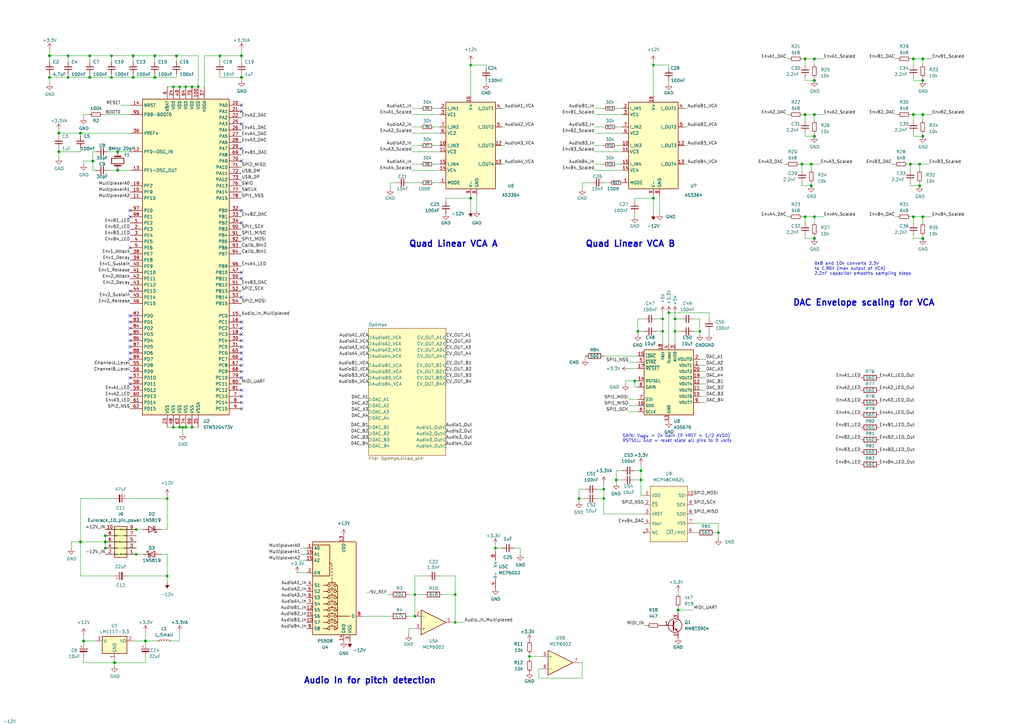
<source format=kicad_sch>
(kicad_sch (version 20211123) (generator eeschema)
  (paper "A3")
  (title_block (title "Quango Components") (company "Mountjoy Modular"))
  (junction (at 36.83 22.86) (diameter 1.016))
  (junction (at 76.2 175.26))
  (junction (at 45.72 31.75))
  (junction (at 63.5 22.86) (diameter 1.016))
  (junction (at 73.66 175.26))
  (junction (at 247.65 200.66))
  (junction (at 378.46 55.88) (diameter 1.016))
  (junction (at 328.93 67.31) (diameter 1.016))
  (junction (at 262.89 196.85))
  (junction (at 237.49 204.47))
  (junction (at 267.97 81.28) (diameter 1.016))
  (junction (at 260.35 156.21))
  (junction (at 90.17 22.86) (diameter 1.016))
  (junction (at 267.97 26.67))
  (junction (at 78.74 35.56))
  (junction (at 378.46 88.9) (diameter 1.016))
  (junction (at 377.19 76.2) (diameter 1.016))
  (junction (at 252.73 196.85))
  (junction (at 54.61 22.86) (diameter 1.016))
  (junction (at 330.2 46.99) (diameter 1.016))
  (junction (at 374.65 46.99) (diameter 1.016))
  (junction (at 97.79 321.31))
  (junction (at 74.93 175.26))
  (junction (at 68.58 204.47))
  (junction (at 55.88 217.17))
  (junction (at 72.39 22.86) (diameter 1.016))
  (junction (at 378.46 46.99) (diameter 1.016))
  (junction (at 24.13 54.61) (diameter 1.016))
  (junction (at 374.65 24.13) (diameter 1.016))
  (junction (at 48.26 69.85) (diameter 1.016))
  (junction (at 334.01 46.99) (diameter 1.016))
  (junction (at 68.58 236.22))
  (junction (at 217.17 269.24))
  (junction (at 45.72 22.86))
  (junction (at 373.38 67.31) (diameter 1.016))
  (junction (at 378.46 97.79) (diameter 1.016))
  (junction (at 27.94 31.75))
  (junction (at 55.88 227.33))
  (junction (at 99.06 22.86) (diameter 1.016))
  (junction (at 247.65 204.47))
  (junction (at 34.29 262.89) (diameter 1.016))
  (junction (at 334.01 24.13) (diameter 1.016))
  (junction (at 334.01 55.88) (diameter 1.016))
  (junction (at 294.64 218.44))
  (junction (at 99.06 31.75) (diameter 1.016))
  (junction (at 63.5 31.75) (diameter 1.016))
  (junction (at 186.69 255.27))
  (junction (at 76.2 35.56))
  (junction (at 20.32 31.75) (diameter 1.016))
  (junction (at 59.69 262.89) (diameter 1.016))
  (junction (at 46.99 271.78) (diameter 1.016))
  (junction (at 332.74 76.2) (diameter 1.016))
  (junction (at 330.2 88.9) (diameter 1.016))
  (junction (at 330.2 24.13) (diameter 1.016))
  (junction (at 193.04 81.28) (diameter 1.016))
  (junction (at 274.32 128.27))
  (junction (at 73.66 35.56))
  (junction (at 287.02 135.89))
  (junction (at 261.62 135.89))
  (junction (at 33.02 54.61) (diameter 1.016))
  (junction (at 87.63 312.42))
  (junction (at 334.01 97.79) (diameter 1.016))
  (junction (at 334.01 88.9) (diameter 1.016))
  (junction (at 3.81 307.34))
  (junction (at 38.1 66.04) (diameter 1.016))
  (junction (at 43.18 222.25) (diameter 1.016))
  (junction (at 378.46 24.13) (diameter 1.016))
  (junction (at 186.69 243.84))
  (junction (at 271.78 130.81))
  (junction (at 81.28 35.56))
  (junction (at 71.12 35.56))
  (junction (at 377.19 67.31) (diameter 1.016))
  (junction (at 33.02 222.25) (diameter 1.016))
  (junction (at 170.18 243.84))
  (junction (at 109.22 312.42))
  (junction (at 71.12 175.26))
  (junction (at 374.65 88.9) (diameter 1.016))
  (junction (at 3.81 317.5))
  (junction (at 43.18 224.79))
  (junction (at 36.83 31.75) (diameter 1.016))
  (junction (at 24.13 62.23) (diameter 1.016))
  (junction (at 43.18 219.71))
  (junction (at 27.94 22.86))
  (junction (at 276.86 135.89))
  (junction (at 10.16 307.34))
  (junction (at 271.78 135.89))
  (junction (at 203.2 224.79))
  (junction (at 378.46 33.02) (diameter 1.016))
  (junction (at 20.32 22.86) (diameter 1.016))
  (junction (at 170.18 252.73))
  (junction (at 334.01 33.02) (diameter 1.016))
  (junction (at 262.89 193.04))
  (junction (at 278.13 250.19) (diameter 1.016))
  (junction (at 78.74 175.26))
  (junction (at 193.04 26.67))
  (junction (at 48.26 62.23) (diameter 1.016))
  (junction (at 332.74 67.31) (diameter 1.016))
  (junction (at 54.61 31.75) (diameter 1.016))
  (junction (at 276.86 130.81))
  (no_connect (at 53.34 134.62))
  (no_connect (at 53.34 144.78))
  (no_connect (at 99.06 111.76))
  (no_connect (at 99.06 66.04))
  (no_connect (at 53.34 154.94))
  (no_connect (at 99.06 142.24))
  (no_connect (at 99.06 45.72))
  (no_connect (at 53.34 137.16))
  (no_connect (at 99.06 154.94))
  (no_connect (at 53.34 86.36))
  (no_connect (at 53.34 147.32))
  (no_connect (at 99.06 121.92))
  (no_connect (at 53.34 88.9))
  (no_connect (at 99.06 167.64))
  (no_connect (at 53.34 142.24))
  (no_connect (at 53.34 157.48))
  (no_connect (at 53.34 129.54))
  (no_connect (at 99.06 60.96))
  (no_connect (at 99.06 147.32))
  (no_connect (at 99.06 165.1))
  (no_connect (at 99.06 139.7))
  (no_connect (at 53.34 101.6))
  (no_connect (at 99.06 160.02))
  (no_connect (at 99.06 91.44))
  (no_connect (at 99.06 162.56))
  (no_connect (at 99.06 134.62))
  (no_connect (at 99.06 114.3))
  (no_connect (at 53.34 119.38))
  (no_connect (at 99.06 152.4))
  (no_connect (at 53.34 139.7))
  (no_connect (at 99.06 50.8))
  (no_connect (at 99.06 86.36))
  (no_connect (at 99.06 137.16))
  (no_connect (at 99.06 144.78))
  (no_connect (at 99.06 132.08))
  (no_connect (at 99.06 149.86))
  (no_connect (at 99.06 43.18))
  (no_connect (at 53.34 132.08))
  (wire (pts (xy 74.93 175.26) (xy 76.2 175.26)))
  (wire (pts (xy 55.88 227.33) (xy 58.42 227.33)))
  (wire (pts (xy 99.06 22.86) (xy 99.06 25.4)))
  (wire (pts (xy 271.78 128.27) (xy 271.78 130.81)))
  (wire (pts (xy 33.02 222.25) (xy 33.02 204.47)))
  (wire (pts (xy 38.1 69.85) (xy 39.37 69.85)))
  (wire (pts (xy 63.5 30.48) (xy 63.5 31.75)))
  (wire (pts (xy 378.46 46.99) (xy 378.46 49.53)))
  (wire (pts (xy 168.91 62.23) (xy 180.34 62.23)))
  (wire (pts (xy 260.35 156.21) (xy 260.35 158.75)))
  (wire (pts (xy 378.46 24.13) (xy 382.27 24.13)))
  (wire (pts (xy 274.32 128.27) (xy 274.32 140.97)))
  (wire (pts (xy 168.91 67.31) (xy 172.72 67.31)))
  (wire (pts (xy 44.45 69.85) (xy 48.26 69.85)))
  (wire (pts (xy 261.62 135.89) (xy 261.62 137.16)))
  (wire (pts (xy 373.38 24.13) (xy 374.65 24.13)))
  (wire (pts (xy 3.81 316.23) (xy 3.81 317.5)))
  (wire (pts (xy 378.46 46.99) (xy 382.27 46.99)))
  (wire (pts (xy 68.58 227.33) (xy 68.58 236.22)))
  (wire (pts (xy 54.61 22.86) (xy 63.5 22.86)))
  (wire (pts (xy 237.49 200.66) (xy 237.49 204.47)))
  (wire (pts (xy 330.2 24.13) (xy 330.2 26.67)))
  (wire (pts (xy 374.65 88.9) (xy 378.46 88.9)))
  (wire (pts (xy 257.81 168.91) (xy 261.62 168.91)))
  (wire (pts (xy 252.73 67.31) (xy 255.27 67.31)))
  (wire (pts (xy 330.2 24.13) (xy 334.01 24.13)))
  (wire (pts (xy 24.13 62.23) (xy 24.13 64.77)))
  (wire (pts (xy 284.48 218.44) (xy 285.75 218.44)))
  (wire (pts (xy -26.67 251.46) (xy -24.13 251.46)))
  (wire (pts (xy 328.93 74.93) (xy 328.93 76.2)))
  (wire (pts (xy 289.56 154.94) (xy 287.02 154.94)))
  (wire (pts (xy 59.69 262.89) (xy 59.69 259.08)))
  (wire (pts (xy 68.58 35.56) (xy 71.12 35.56)))
  (wire (pts (xy 378.46 31.75) (xy 378.46 33.02)))
  (wire (pts (xy 182.88 81.28) (xy 182.88 82.55)))
  (wire (pts (xy 374.65 96.52) (xy 374.65 97.79)))
  (wire (pts (xy 367.03 46.99) (xy 368.3 46.99)))
  (wire (pts (xy 332.74 67.31) (xy 332.74 69.85)))
  (wire (pts (xy 220.98 278.13) (xy 220.98 274.32)))
  (wire (pts (xy 170.18 243.84) (xy 170.18 252.73)))
  (wire (pts (xy 33.02 60.96) (xy 33.02 62.23)))
  (wire (pts (xy 247.65 204.47) (xy 245.11 204.47)))
  (wire (pts (xy 46.99 271.78) (xy 59.69 271.78)))
  (wire (pts (xy 245.11 200.66) (xy 247.65 200.66)))
  (wire (pts (xy 123.19 227.33) (xy 125.73 227.33)))
  (wire (pts (xy 68.58 204.47) (xy 68.58 217.17)))
  (wire (pts (xy 33.02 222.25) (xy 33.02 236.22)))
  (wire (pts (xy 76.2 175.26) (xy 78.74 175.26)))
  (wire (pts (xy 3.81 307.34) (xy 3.81 308.61)))
  (wire (pts (xy 238.76 271.78) (xy 238.76 278.13)))
  (wire (pts (xy 46.99 271.78) (xy 46.99 273.05)))
  (wire (pts (xy 243.84 69.85) (xy 255.27 69.85)))
  (wire (pts (xy 278.13 250.19) (xy 278.13 251.46)))
  (wire (pts (xy 72.39 30.48) (xy 72.39 31.75)))
  (wire (pts (xy 247.65 198.12) (xy 247.65 200.66)))
  (wire (pts (xy 220.98 274.32) (xy 222.25 274.32)))
  (wire (pts (xy 217.17 269.24) (xy 217.17 270.51)))
  (wire (pts (xy 45.72 31.75) (xy 54.61 31.75)))
  (wire (pts (xy 289.56 162.56) (xy 287.02 162.56)))
  (wire (pts (xy 280.67 59.69) (xy 281.94 59.69)))
  (wire (pts (xy 267.97 25.4) (xy 267.97 26.67)))
  (wire (pts (xy 38.1 66.04) (xy 38.1 69.85)))
  (wire (pts (xy 260.35 81.28) (xy 260.35 82.55)))
  (wire (pts (xy 276.86 135.89) (xy 276.86 140.97)))
  (wire (pts (xy 55.88 217.17) (xy 58.42 217.17)))
  (wire (pts (xy 276.86 135.89) (xy 279.4 135.89)))
  (wire (pts (xy 43.18 217.17) (xy 55.88 217.17)))
  (wire (pts (xy 63.5 22.86) (xy 72.39 22.86)))
  (wire (pts (xy 327.66 67.31) (xy 328.93 67.31)))
  (wire (pts (xy 66.04 217.17) (xy 68.58 217.17)))
  (wire (pts (xy 261.62 130.81) (xy 261.62 135.89)))
  (wire (pts (xy 374.65 46.99) (xy 374.65 49.53)))
  (wire (pts (xy 36.83 22.86) (xy 45.72 22.86)))
  (wire (pts (xy 34.29 66.04) (xy 38.1 66.04)))
  (wire (pts (xy 289.56 152.4) (xy 287.02 152.4)))
  (wire (pts (xy 280.67 52.07) (xy 281.94 52.07)))
  (wire (pts (xy 267.97 81.28) (xy 267.97 87.63)))
  (wire (pts (xy 334.01 88.9) (xy 337.82 88.9)))
  (wire (pts (xy 20.32 25.4) (xy 20.32 22.86)))
  (wire (pts (xy -25.4 259.08) (xy -26.67 259.08)))
  (wire (pts (xy 34.29 262.89) (xy 34.29 264.16)))
  (wire (pts (xy 34.29 269.24) (xy 34.29 271.78)))
  (wire (pts (xy 68.58 236.22) (xy 68.58 238.76)))
  (wire (pts (xy 260.35 156.21) (xy 261.62 156.21)))
  (wire (pts (xy 34.29 260.35) (xy 34.29 262.89)))
  (wire (pts (xy 123.19 224.79) (xy 125.73 224.79)))
  (wire (pts (xy 43.18 227.33) (xy 55.88 227.33)))
  (wire (pts (xy 287.02 135.89) (xy 287.02 137.16)))
  (wire (pts (xy 158.75 243.84) (xy 160.02 243.84)))
  (wire (pts (xy 243.84 46.99) (xy 255.27 46.99)))
  (wire (pts (xy 87.63 320.04) (xy 87.63 321.31)))
  (wire (pts (xy 193.04 26.67) (xy 199.39 26.67)))
  (wire (pts (xy 334.01 96.52) (xy 334.01 97.79)))
  (wire (pts (xy 262.89 193.04) (xy 262.89 196.85)))
  (wire (pts (xy -15.24 234.95) (xy -12.7 234.95)))
  (wire (pts (xy 322.58 88.9) (xy 323.85 88.9)))
  (wire (pts (xy 205.74 59.69) (xy 207.01 59.69)))
  (wire (pts (xy 256.54 156.21) (xy 260.35 156.21)))
  (wire (pts (xy 193.04 26.67) (xy 193.04 39.37)))
  (wire (pts (xy 203.2 224.79) (xy 205.74 224.79)))
  (wire (pts (xy 240.03 146.05) (xy 240.03 147.32)))
  (wire (pts (xy 59.69 262.89) (xy 64.77 262.89)))
  (wire (pts (xy 378.46 54.61) (xy 378.46 55.88)))
  (wire (pts (xy 261.62 130.81) (xy 264.16 130.81)))
  (wire (pts (xy 374.65 31.75) (xy 374.65 33.02)))
  (wire (pts (xy 193.04 80.01) (xy 193.04 81.28)))
  (wire (pts (xy 217.17 267.97) (xy 217.17 269.24)))
  (wire (pts (xy 78.74 175.26) (xy 81.28 175.26)))
  (wire (pts (xy 374.65 97.79) (xy 378.46 97.79)))
  (wire (pts (xy 252.73 196.85) (xy 252.73 198.12)))
  (wire (pts (xy 257.81 148.59) (xy 261.62 148.59)))
  (wire (pts (xy 109.22 320.04) (xy 109.22 321.31)))
  (wire (pts (xy 72.39 22.86) (xy 72.39 25.4)))
  (wire (pts (xy 332.74 74.93) (xy 332.74 76.2)))
  (wire (pts (xy 68.58 175.26) (xy 71.12 175.26)))
  (wire (pts (xy 238.76 278.13) (xy 220.98 278.13)))
  (wire (pts (xy 328.93 46.99) (xy 330.2 46.99)))
  (wire (pts (xy 374.65 46.99) (xy 378.46 46.99)))
  (wire (pts (xy 20.32 20.32) (xy 20.32 22.86)))
  (wire (pts (xy 334.01 24.13) (xy 334.01 26.67)))
  (wire (pts (xy 334.01 46.99) (xy 334.01 49.53)))
  (wire (pts (xy 36.83 22.86) (xy 36.83 25.4)))
  (wire (pts (xy 247.65 204.47) (xy 247.65 210.82)))
  (wire (pts (xy 328.93 76.2) (xy 332.74 76.2)))
  (wire (pts (xy 378.46 24.13) (xy 378.46 26.67)))
  (wire (pts (xy 378.46 88.9) (xy 382.27 88.9)))
  (wire (pts (xy 81.28 22.86) (xy 81.28 35.56)))
  (wire (pts (xy 69.85 262.89) (xy 73.66 262.89)))
  (wire (pts (xy 243.84 44.45) (xy 247.65 44.45)))
  (wire (pts (xy 48.26 62.23) (xy 53.34 62.23)))
  (wire (pts (xy 45.72 30.48) (xy 45.72 31.75)))
  (wire (pts (xy 373.38 74.93) (xy 373.38 76.2)))
  (wire (pts (xy 378.46 96.52) (xy 378.46 97.79)))
  (wire (pts (xy 267.97 26.67) (xy 274.32 26.67)))
  (wire (pts (xy 74.93 175.26) (xy 74.93 177.8)))
  (wire (pts (xy 330.2 88.9) (xy 334.01 88.9)))
  (wire (pts (xy 365.76 67.31) (xy 367.03 67.31)))
  (wire (pts (xy 170.18 236.22) (xy 170.18 243.84)))
  (wire (pts (xy 27.94 30.48) (xy 27.94 31.75)))
  (wire (pts (xy 280.67 67.31) (xy 281.94 67.31)))
  (wire (pts (xy 41.91 46.99) (xy 53.34 46.99)))
  (wire (pts (xy 168.91 54.61) (xy 180.34 54.61)))
  (wire (pts (xy 276.86 130.81) (xy 279.4 130.81)))
  (wire (pts (xy 332.74 67.31) (xy 336.55 67.31)))
  (wire (pts (xy 29.21 224.79) (xy 29.21 222.25)))
  (wire (pts (xy 195.58 80.01) (xy 195.58 86.36)))
  (wire (pts (xy 44.45 62.23) (xy 48.26 62.23)))
  (wire (pts (xy 170.18 257.81) (xy 167.64 257.81)))
  (wire (pts (xy 24.13 53.34) (xy 24.13 54.61)))
  (wire (pts (xy 276.86 130.81) (xy 276.86 135.89)))
  (wire (pts (xy 193.04 81.28) (xy 193.04 86.36)))
  (wire (pts (xy 97.79 321.31) (xy 109.22 321.31)))
  (wire (pts (xy 289.56 147.32) (xy 287.02 147.32)))
  (wire (pts (xy 99.06 31.75) (xy 99.06 33.02)))
  (wire (pts (xy 33.02 222.25) (xy 43.18 222.25)))
  (wire (pts (xy 257.81 166.37) (xy 261.62 166.37)))
  (wire (pts (xy 374.65 24.13) (xy 374.65 26.67)))
  (wire (pts (xy 374.65 55.88) (xy 378.46 55.88)))
  (wire (pts (xy 243.84 62.23) (xy 255.27 62.23)))
  (wire (pts (xy 330.2 55.88) (xy 334.01 55.88)))
  (wire (pts (xy 252.73 193.04) (xy 252.73 196.85)))
  (wire (pts (xy 373.38 88.9) (xy 374.65 88.9)))
  (wire (pts (xy 168.91 52.07) (xy 172.72 52.07)))
  (wire (pts (xy 267.97 26.67) (xy 267.97 39.37)))
  (wire (pts (xy 71.12 175.26) (xy 73.66 175.26)))
  (wire (pts (xy 83.82 22.86) (xy 83.82 35.56)))
  (wire (pts (xy 54.61 22.86) (xy 54.61 25.4)))
  (wire (pts (xy 262.89 190.5) (xy 262.89 193.04)))
  (wire (pts (xy 123.19 229.87) (xy 125.73 229.87)))
  (wire (pts (xy 269.24 130.81) (xy 271.78 130.81)))
  (wire (pts (xy 247.65 210.82) (xy 264.16 210.82)))
  (wire (pts (xy -12.7 234.95) (xy -12.7 237.49)))
  (wire (pts (xy 271.78 135.89) (xy 271.78 140.97)))
  (wire (pts (xy 242.57 74.93) (xy 238.76 74.93)))
  (wire (pts (xy 73.66 35.56) (xy 76.2 35.56)))
  (wire (pts (xy 160.02 74.93) (xy 162.56 74.93)))
  (wire (pts (xy 10.16 317.5) (xy 10.16 314.96)))
  (wire (pts (xy 243.84 52.07) (xy 247.65 52.07)))
  (wire (pts (xy 109.22 309.88) (xy 109.22 312.42)))
  (wire (pts (xy 24.13 54.61) (xy 33.02 54.61)))
  (wire (pts (xy 43.18 219.71) (xy 43.18 222.25)))
  (wire (pts (xy 257.81 163.83) (xy 261.62 163.83)))
  (wire (pts (xy 20.32 22.86) (xy 27.94 22.86)))
  (wire (pts (xy 36.83 31.75) (xy 45.72 31.75)))
  (wire (pts (xy -26.67 254) (xy -21.59 254)))
  (wire (pts (xy 377.19 67.31) (xy 381 67.31)))
  (wire (pts (xy 255.27 196.85) (xy 252.73 196.85)))
  (wire (pts (xy 290.83 137.16) (xy 290.83 135.89)))
  (wire (pts (xy 181.61 243.84) (xy 186.69 243.84)))
  (wire (pts (xy 45.72 22.86) (xy 54.61 22.86)))
  (wire (pts (xy 105.41 312.42) (xy 109.22 312.42)))
  (wire (pts (xy 203.2 223.52) (xy 203.2 224.79)))
  (wire (pts (xy 328.93 24.13) (xy 330.2 24.13)))
  (wire (pts (xy 45.72 22.86) (xy 45.72 25.4)))
  (wire (pts (xy 24.13 55.88) (xy 24.13 54.61)))
  (wire (pts (xy 3.81 317.5) (xy 10.16 317.5)))
  (wire (pts (xy 328.93 88.9) (xy 330.2 88.9)))
  (wire (pts (xy 260.35 193.04) (xy 262.89 193.04)))
  (wire (pts (xy 373.38 67.31) (xy 373.38 69.85)))
  (wire (pts (xy 243.84 54.61) (xy 255.27 54.61)))
  (wire (pts (xy 168.91 59.69) (xy 172.72 59.69)))
  (wire (pts (xy 87.63 312.42) (xy 90.17 312.42)))
  (wire (pts (xy 38.1 62.23) (xy 39.37 62.23)))
  (wire (pts (xy 260.35 81.28) (xy 267.97 81.28)))
  (wire (pts (xy 99.06 20.32) (xy 99.06 22.86)))
  (wire (pts (xy 46.99 270.51) (xy 46.99 271.78)))
  (wire (pts (xy 278.13 248.92) (xy 278.13 250.19)))
  (wire (pts (xy 328.93 67.31) (xy 328.93 69.85)))
  (wire (pts (xy 252.73 52.07) (xy 255.27 52.07)))
  (wire (pts (xy 87.63 309.88) (xy 87.63 312.42)))
  (wire (pts (xy 257.81 151.13) (xy 261.62 151.13)))
  (wire (pts (xy 330.2 31.75) (xy 330.2 33.02)))
  (wire (pts (xy 322.58 24.13) (xy 323.85 24.13)))
  (wire (pts (xy 38.1 62.23) (xy 38.1 66.04)))
  (wire (pts (xy 90.17 22.86) (xy 99.06 22.86)))
  (wire (pts (xy 27.94 22.86) (xy 27.94 25.4)))
  (wire (pts (xy 33.02 54.61) (xy 33.02 55.88)))
  (wire (pts (xy 243.84 67.31) (xy 247.65 67.31)))
  (wire (pts (xy 34.29 48.26) (xy 34.29 46.99)))
  (wire (pts (xy 73.66 175.26) (xy 74.93 175.26)))
  (wire (pts (xy 290.83 128.27) (xy 290.83 130.81)))
  (wire (pts (xy 52.07 204.47) (xy 68.58 204.47)))
  (wire (pts (xy 247.65 146.05) (xy 261.62 146.05)))
  (wire (pts (xy 284.48 135.89) (xy 287.02 135.89)))
  (wire (pts (xy -27.94 234.95) (xy -25.4 234.95)))
  (wire (pts (xy 90.17 30.48) (xy 90.17 31.75)))
  (wire (pts (xy 330.2 46.99) (xy 330.2 49.53)))
  (wire (pts (xy 33.02 54.61) (xy 53.34 54.61)))
  (wire (pts (xy 240.03 204.47) (xy 237.49 204.47)))
  (wire (pts (xy 177.8 44.45) (xy 180.34 44.45)))
  (wire (pts (xy 252.73 59.69) (xy 255.27 59.69)))
  (wire (pts (xy 27.94 31.75) (xy 36.83 31.75)))
  (wire (pts (xy 34.29 67.31) (xy 34.29 66.04)))
  (wire (pts (xy 271.78 135.89) (xy 269.24 135.89)))
  (wire (pts (xy 330.2 88.9) (xy 330.2 91.44)))
  (wire (pts (xy 330.2 96.52) (xy 330.2 97.79)))
  (wire (pts (xy 328.93 67.31) (xy 332.74 67.31)))
  (wire (pts (xy 243.84 59.69) (xy 247.65 59.69)))
  (wire (pts (xy 76.2 35.56) (xy 78.74 35.56)))
  (wire (pts (xy 252.73 44.45) (xy 255.27 44.45)))
  (wire (pts (xy 90.17 25.4) (xy 90.17 22.86)))
  (wire (pts (xy 167.64 252.73) (xy 170.18 252.73)))
  (wire (pts (xy 289.56 157.48) (xy 287.02 157.48)))
  (wire (pts (xy 54.61 30.48) (xy 54.61 31.75)))
  (wire (pts (xy 377.19 74.93) (xy 377.19 76.2)))
  (wire (pts (xy 177.8 67.31) (xy 180.34 67.31)))
  (wire (pts (xy 180.34 74.93) (xy 177.8 74.93)))
  (wire (pts (xy 34.29 271.78) (xy 46.99 271.78)))
  (wire (pts (xy 66.04 227.33) (xy 68.58 227.33)))
  (wire (pts (xy 205.74 67.31) (xy 207.01 67.31)))
  (wire (pts (xy 3.81 299.72) (xy 3.81 300.99)))
  (wire (pts (xy 373.38 67.31) (xy 377.19 67.31)))
  (wire (pts (xy 12.7 307.34) (xy 10.16 307.34)))
  (wire (pts (xy 186.69 243.84) (xy 186.69 255.27)))
  (wire (pts (xy 3.81 317.5) (xy 3.81 320.04)))
  (wire (pts (xy 256.54 157.48) (xy 256.54 156.21)))
  (wire (pts (xy 199.39 33.02) (xy 199.39 34.29)))
  (wire (pts (xy 271.78 130.81) (xy 271.78 135.89)))
  (wire (pts (xy 334.01 31.75) (xy 334.01 33.02)))
  (wire (pts (xy 321.31 67.31) (xy 322.58 67.31)))
  (wire (pts (xy 270.51 80.01) (xy 270.51 87.63)))
  (wire (pts (xy 43.18 224.79) (xy 55.88 224.79)))
  (wire (pts (xy 175.26 236.22) (xy 170.18 236.22)))
  (wire (pts (xy 29.21 222.25) (xy 33.02 222.25)))
  (wire (pts (xy 330.2 97.79) (xy 334.01 97.79)))
  (wire (pts (xy 90.17 22.86) (xy 83.82 22.86)))
  (wire (pts (xy 260.35 88.9) (xy 260.35 87.63)))
  (wire (pts (xy 54.61 262.89) (xy 59.69 262.89)))
  (wire (pts (xy 276.86 128.27) (xy 276.86 130.81)))
  (wire (pts (xy 177.8 52.07) (xy 180.34 52.07)))
  (wire (pts (xy 68.58 236.22) (xy 52.07 236.22)))
  (wire (pts (xy 373.38 76.2) (xy 377.19 76.2)))
  (wire (pts (xy 43.18 219.71) (xy 55.88 219.71)))
  (wire (pts (xy 280.67 44.45) (xy 281.94 44.45)))
  (wire (pts (xy 121.92 234.95) (xy 125.73 234.95)))
  (wire (pts (xy 250.19 74.93) (xy 247.65 74.93)))
  (wire (pts (xy 294.64 214.63) (xy 294.64 218.44)))
  (wire (pts (xy 374.65 24.13) (xy 378.46 24.13)))
  (wire (pts (xy 10.16 309.88) (xy 10.16 307.34)))
  (wire (pts (xy 160.02 77.47) (xy 160.02 74.93)))
  (wire (pts (xy 262.89 196.85) (xy 262.89 203.2)))
  (wire (pts (xy 260.35 158.75) (xy 261.62 158.75)))
  (wire (pts (xy 289.56 165.1) (xy 287.02 165.1)))
  (wire (pts (xy 367.03 88.9) (xy 368.3 88.9)))
  (wire (pts (xy 237.49 271.78) (xy 238.76 271.78)))
  (wire (pts (xy 262.89 196.85) (xy 260.35 196.85)))
  (wire (pts (xy 168.91 44.45) (xy 172.72 44.45)))
  (wire (pts (xy 48.26 69.85) (xy 53.34 69.85)))
  (wire (pts (xy 199.39 26.67) (xy 199.39 27.94)))
  (wire (pts (xy 374.65 54.61) (xy 374.65 55.88)))
  (wire (pts (xy 373.38 46.99) (xy 374.65 46.99)))
  (wire (pts (xy 46.99 236.22) (xy 33.02 236.22)))
  (wire (pts (xy 20.32 31.75) (xy 20.32 34.29)))
  (wire (pts (xy 180.34 236.22) (xy 186.69 236.22)))
  (wire (pts (xy 334.01 24.13) (xy 337.82 24.13)))
  (wire (pts (xy 97.79 321.31) (xy 87.63 321.31)))
  (wire (pts (xy 59.69 271.78) (xy 59.69 269.24)))
  (wire (pts (xy 168.91 46.99) (xy 180.34 46.99)))
  (wire (pts (xy 289.56 160.02) (xy 287.02 160.02)))
  (wire (pts (xy 20.32 30.48) (xy 20.32 31.75)))
  (wire (pts (xy 378.46 88.9) (xy 378.46 91.44)))
  (wire (pts (xy 377.19 67.31) (xy 377.19 69.85)))
  (wire (pts (xy 372.11 67.31) (xy 373.38 67.31)))
  (wire (pts (xy 330.2 33.02) (xy 334.01 33.02)))
  (wire (pts (xy 334.01 46.99) (xy 337.82 46.99)))
  (wire (pts (xy 264.16 135.89) (xy 261.62 135.89)))
  (wire (pts (xy 334.01 54.61) (xy 334.01 55.88)))
  (wire (pts (xy 374.65 88.9) (xy 374.65 91.44)))
  (wire (pts (xy 54.61 31.75) (xy 63.5 31.75)))
  (wire (pts (xy 237.49 200.66) (xy 240.03 200.66)))
  (wire (pts (xy 262.89 203.2) (xy 264.16 203.2)))
  (wire (pts (xy 237.49 204.47) (xy 237.49 205.74)))
  (wire (pts (xy 33.02 204.47) (xy 46.99 204.47)))
  (wire (pts (xy 72.39 22.86) (xy 81.28 22.86)))
  (wire (pts (xy 34.29 46.99) (xy 36.83 46.99)))
  (wire (pts (xy 63.5 31.75) (xy 72.39 31.75)))
  (wire (pts (xy 43.18 222.25) (xy 55.88 222.25)))
  (wire (pts (xy 148.59 252.73) (xy 160.02 252.73)))
  (wire (pts (xy 222.25 269.24) (xy 217.17 269.24)))
  (wire (pts (xy 287.02 130.81) (xy 287.02 135.89)))
  (wire (pts (xy 186.69 236.22) (xy 186.69 243.84)))
  (wire (pts (xy 274.32 26.67) (xy 274.32 27.94)))
  (wire (pts (xy 36.83 30.48) (xy 36.83 31.75)))
  (wire (pts (xy 90.17 31.75) (xy 99.06 31.75)))
  (wire (pts (xy 284.48 214.63) (xy 294.64 214.63)))
  (wire (pts (xy 238.76 74.93) (xy 238.76 77.47)))
  (wire (pts (xy 168.91 69.85) (xy 180.34 69.85)))
  (wire (pts (xy 97.79 320.04) (xy 97.79 321.31)))
  (wire (pts (xy 330.2 54.61) (xy 330.2 55.88)))
  (wire (pts (xy 10.16 307.34) (xy 3.81 307.34)))
  (wire (pts (xy 330.2 46.99) (xy 334.01 46.99)))
  (wire (pts (xy 182.88 81.28) (xy 193.04 81.28)))
  (wire (pts (xy 43.18 222.25) (xy 43.18 224.79)))
  (wire (pts (xy 173.99 243.84) (xy 170.18 243.84)))
  (wire (pts (xy 205.74 52.07) (xy 207.01 52.07)))
  (wire (pts (xy 252.73 193.04) (xy 255.27 193.04)))
  (wire (pts (xy 24.13 62.23) (xy 33.02 62.23)))
  (wire (pts (xy 274.32 128.27) (xy 290.83 128.27)))
  (wire (pts (xy 278.13 242.57) (xy 278.13 243.84)))
  (wire (pts (xy 49.53 43.18) (xy 53.34 43.18)))
  (wire (pts (xy 205.74 44.45) (xy 207.01 44.45)))
  (wire (pts (xy 167.64 257.81) (xy 167.64 260.35)))
  (wire (pts (xy 71.12 35.56) (xy 73.66 35.56)))
  (wire (pts (xy 203.2 226.06) (xy 203.2 224.79)))
  (wire (pts (xy 99.06 30.48) (xy 99.06 31.75)))
  (wire (pts (xy 294.64 218.44) (xy 294.64 220.98)))
  (wire (pts (xy 267.97 80.01) (xy 267.97 81.28)))
  (wire (pts (xy 247.65 200.66) (xy 247.65 204.47)))
  (wire (pts (xy 167.64 243.84) (xy 170.18 243.84)))
  (wire (pts (xy -26.67 256.54) (xy -25.4 256.54)))
  (wire (pts (xy 210.82 224.79) (xy 213.36 224.79)))
  (wire (pts (xy 78.74 35.56) (xy 81.28 35.56)))
  (wire (pts (xy 284.48 130.81) (xy 287.02 130.81)))
  (wire (pts (xy -24.13 251.46) (xy -24.13 250.19)))
  (wire (pts (xy 193.04 25.4) (xy 193.04 26.67)))
  (wire (pts (xy 63.5 22.86) (xy 63.5 25.4)))
  (wire (pts (xy 27.94 22.86) (xy 36.83 22.86)))
  (wire (pts (xy 185.42 255.27) (xy 186.69 255.27)))
  (wire (pts (xy 293.37 218.44) (xy 294.64 218.44)))
  (wire (pts (xy 322.58 46.99) (xy 323.85 46.99)))
  (wire (pts (xy 172.72 74.93) (xy 167.64 74.93)))
  (wire (pts (xy 68.58 203.2) (xy 68.58 204.47)))
  (wire (pts (xy 334.01 88.9) (xy 334.01 91.44)))
  (wire (pts (xy 24.13 60.96) (xy 24.13 62.23)))
  (wire (pts (xy 264.16 256.54) (xy 265.43 256.54)))
  (wire (pts (xy 73.66 262.89) (xy 73.66 259.08)))
  (wire (pts (xy 289.56 149.86) (xy 287.02 149.86)))
  (wire (pts (xy 3.81 306.07) (xy 3.81 307.34)))
  (wire (pts (xy 177.8 59.69) (xy 180.34 59.69)))
  (wire (pts (xy 274.32 33.02) (xy 274.32 34.29)))
  (wire (pts (xy 34.29 262.89) (xy 39.37 262.89)))
  (wire (pts (xy 59.69 262.89) (xy 59.69 264.16)))
  (wire (pts (xy 367.03 24.13) (xy 368.3 24.13)))
  (wire (pts (xy 20.32 31.75) (xy 27.94 31.75)))
  (wire (pts (xy 213.36 224.79) (xy 213.36 227.33)))
  (wire (pts (xy 278.13 250.19) (xy 284.48 250.19)))
  (wire (pts (xy 190.5 255.27) (xy 186.69 255.27)))
  (wire (pts (xy 374.65 33.02) (xy 378.46 33.02)))
  (text "DAC Envelope scaling for VCA" (at 325.12 125.73 0) (effects (font (size 2.54 2.54) (thickness 0.508) bold) (justify left bottom)))
  (text "DAC\n\nPA4 DAC1_OUT1\nPA5 DAC1_OUT2\n\nPA6 DAC2_OUT1\n\nPA2 DAC3_CH1\n[PB11 DAC3_CH1]\nPB1 DAC3_CH2\n\nPA8 DAC4_CH2\nPB12 DAC4_CH1\n" (at -45.72 132.08 0) (effects (font (size 1.27 1.27)) (justify left bottom)))
  (text "Audio In for pitch detection" (at 124.46 280.67 0) (effects (font (size 2.54 2.54) (thickness 0.508) bold) (justify left bottom)))
  (text "PWM\n\nPD12 TIM4_CH1\nPD13 TIM4_CH2\nPD14 TIM4_CH3\nPD15 TIM4_CH4\n\nPE2 TIM3_CH1\nPE3 TIM3_CH2\nPE4 TIM3_CH3\nPE5 TIM3_CH4\n" (at -107.95 130.81 0) (effects (font (size 1.27 1.27)) (justify left bottom)))
  (text "ADC\n\nPA0 ADC12_IN1\nPA1 ADC12_IN2\nPA2 ADC12_IN3\nPA3 ADC12_IN4\nPA4 ADC12_IN17\nPA5 ADC12_IN13\nPA6 ADC2_IN3\nPA7 ADC2_IN4\nPA8 ADC5_IN1\nPA9 ADC5_IN2\n\nPB0 ADC3_IN12/ADC1_IN15\nPB1 ADC3_IN1/ADC1_IN12\nPB2 ADC1_IN12\nPB11 ADC12_IN14\nPB12 ADC4_IN3/ADC1_IN11\nPB13 ADC3_IN5\nPB14 ADC4_IN4/ADC1_IN5\nPB15 ADC4_IN5/ADC2_IN15\n\nPC0 ADC12_IN6\nPC1 ADC12_IN7\nPC2 ADC12_IN8\nPC3 ADC12_IN9\nPC4 ADC2_IN5\nPC5 ADC2_IN11\n\nPD8 ADC4_IN12/ADC5_IN12\nPD9 ADC4_IN13/ADC5_IN13\nPD10 ADC345_IN7\nPD11 ADC345_IN8\nPD12 ADC345_IN9\nPD13 ADC345_IN10\nPD14 ADC345_IN11\n\nPE7 ADC3_IN4\nPE8 ADC345_IN6\nPE9 ADC3_IN2\nPE10 ADC345_IN14\nPE11 ADC345_IN15\nPE12 ADC345_IN16\nPE13 ADC3_IN3\nPE14 ADC4_IN1\nPE15 ADC4_IN2\n\nPF0 ADC1_IN10\nPF1 ADC2_IN10" (at -82.55 207.01 0) (effects (font (size 1.27 1.27)) (justify left bottom)))
  (text "GAIN: V_{logic} = 2x Gain (if VREF = 1/2 AVDD)\nRSTSEL: Gnd = reset state all pins to 0 volts" (at 255.27 181.61 0) (effects (font (size 1.27 1.27)) (justify left bottom)))
  (text "6k8 and 10k converts 3.3V \nto 1.96V (max output of VCA)\n2.2nF capacitor smooths sampling steps" (at 334.01 113.03 0) (effects (font (size 1.27 1.27)) (justify left bottom)))
  (text "Quad Linear VCA B" (at 240.03 101.6 0) (effects (font (size 2.54 2.54) (thickness 0.508) bold) (justify left bottom)))
  (text "Quad Linear VCA A" (at 167.64 101.6 0) (effects (font (size 2.54 2.54) (thickness 0.508) bold) (justify left bottom)))
  (label "CV_OUT_B1" (at -171.45 -20.32 0))
  (label "DAC_A4" (at 289.56 154.94 0))
  (label "AudioA4_In" (at 125.73 247.65 180))
  (label "EnvB2_Scaled" (at 243.84 54.61 180))
  (label "AudioA4_In" (at -203.2 -74.93 0))
  (label "DAC_B3" (at 151.13 180.34 180))
  (label "Audio3_Out" (at 182.88 180.34 0))
  (label "AudioB1_In" (at 125.73 250.19 180))
  (label "ChannelB_Level" (at -175.26 -60.96 0))
  (label "EnvA1_DAC" (at 99.06 53.34 0))
  (label "Env2_Attack" (at 53.34 114.3 180))
  (label "-12V_IN" (at 43.18 227.33 180))
  (label "SWIO" (at -25.4 256.54 0))
  (label "USB_DP" (at -203.2 -22.86 0))
  (label "SPI1_MOSI" (at 257.81 163.83 180))
  (label "EnvA2_LED_Out" (at 360.68 160.02 0))
  (label "AudioA3_VCA" (at 207.01 59.69 0))
  (label "AudioB3_In" (at 125.73 255.27 180))
  (label "AudioB2_In" (at 243.84 52.07 180))
  (label "EnvA2_DAC" (at 322.58 46.99 180))
  (label "SPI2_MOSI" (at 284.48 203.2 0))
  (label "AudioA3_In" (at 168.91 59.69 180))
  (label "EnvB2_LED_Out" (at 360.68 180.34 0))
  (label "EnvB2_DAC" (at 99.06 88.9 0))
  (label "CV_OUT_A1" (at -171.45 -30.48 0))
  (label "EnvA4_DAC" (at 99.06 55.88 0))
  (label "USB_DM" (at 99.06 71.12 0))
  (label "CV_OUT_A4" (at -171.45 -27.94 0))
  (label "DAC_B4" (at 289.56 165.1 0))
  (label "AudioB3_VCA" (at 281.94 59.69 0))
  (label "+12V_IN" (at -95.25 266.7 0))
  (label "MIDI_UART" (at 284.48 250.19 0))
  (label "EnvA3_LED_Out" (at -175.26 -66.04 0))
  (label "AudioA1_In" (at 125.73 240.03 180))
  (label "EnvB4_LED_Out" (at 360.68 190.5 0))
  (label "AudioB4_VCA" (at 151.13 157.48 180))
  (label "USB_DP" (at 99.06 73.66 0))
  (label "EnvA1_DAC" (at 322.58 24.13 180))
  (label "EnvA4_Scaled" (at 337.82 88.9 0))
  (label "SPI2_MISO" (at 99.06 68.58 0))
  (label "EnvB3_DAC" (at 365.76 67.31 180))
  (label "EnvA3_LED" (at 53.34 165.1 180))
  (label "SPI2_MISO" (at 284.48 210.82 0))
  (label "EnvA1_LED_Out" (at 360.68 154.94 0))
  (label "EnvB2_Scaled" (at 382.27 46.99 0))
  (label "DAC_B3" (at 289.56 162.56 0))
  (label "Audio2_Out" (at -203.2 -43.18 0))
  (label "EnvA2_LED" (at 53.34 162.56 180))
  (label "DAC_B2" (at 289.56 160.02 0))
  (label "DAC_A4" (at 151.13 171.45 180))
  (label "EnvB4_LED_Out" (at -175.26 -83.82 0))
  (label "EnvB1_DAC" (at 367.03 24.13 180))
  (label "Calib_Btn2" (at 99.06 101.6 0))
  (label "AudioB3_VCA" (at 151.13 154.94 180))
  (label "EnvA1_Scaled" (at 168.91 46.99 180))
  (label "MultiplexerA0" (at 53.34 76.2 180))
  (label "MultiplexerA1" (at 123.19 227.33 180))
  (label "AudioB2_VCA" (at 151.13 152.4 180))
  (label "EnvA2_Scaled" (at 337.82 46.99 0))
  (label "EnvB1_LED_Out" (at 360.68 175.26 0))
  (label "EnvA3_DAC" (at 99.06 58.42 0))
  (label "MultiplexerA1" (at 53.34 78.74 180))
  (label "MultiplexerA0" (at 123.19 224.79 180))
  (label "EnvB1_Scaled" (at 382.27 24.13 0))
  (label "ChannelA_Level" (at 53.34 149.86 180))
  (label "AudioA2_In" (at -203.2 -80.01 0))
  (label "CV_OUT_B2" (at -171.45 -22.86 0))
  (label "RESET" (at -27.94 234.95 180))
  (label "Audio_In_Multiplexed" (at 190.5 255.27 0))
  (label "AudioB1_In" (at 243.84 44.45 180))
  (label "CV_OUT_A2" (at 182.88 140.97 0))
  (label "SPI2_MOSI" (at 99.06 124.46 0))
  (label "SPI2_NSS" (at 53.34 167.64 180))
  (label "AudioB2_VCA" (at 281.94 52.07 0))
  (label "Env1_Release" (at 53.34 111.76 180))
  (label "EnvA4_LED" (at 353.06 170.18 180))
  (label "CV_OUT_A1" (at 182.88 138.43 0))
  (label "DAC_A3" (at 289.56 152.4 0))
  (label "EnvB1_DAC" (at 99.06 63.5 0))
  (label "EnvB4_DAC" (at 264.16 214.63 180))
  (label "USB_DM" (at -203.2 -20.32 0))
  (label "Audio4_Out" (at -203.2 -38.1 0))
  (label "AudioA1_In" (at -203.2 -82.55 0))
  (label "EnvB3_LED" (at 353.06 185.42 180))
  (label "MIDI_UART" (at 99.06 157.48 0))
  (label "SPI2_NSS" (at 264.16 207.01 180))
  (label "Env2_Decay" (at -203.2 -59.69 0))
  (label "DAC_B1" (at 151.13 175.26 180))
  (label "CV_OUT_A3" (at -171.45 -25.4 0))
  (label "DAC_A1" (at 151.13 163.83 180))
  (label "EnvB2_DAC" (at 367.03 46.99 180))
  (label "EnvB4_DAC" (at 367.03 88.9 180))
  (label "Env2_Release" (at -203.2 -54.61 0))
  (label "EnvB3_Scaled" (at 243.84 62.23 180))
  (label "Calib_Btn1" (at 99.06 104.14 0))
  (label "Env1_Decay" (at 53.34 106.68 180))
  (label "SWIO" (at 99.06 76.2 0))
  (label "EnvB4_Scaled" (at 382.27 88.9 0))
  (label "EnvB2_LED_Out" (at -175.26 -78.74 0))
  (label "Env1_Sustain" (at 53.34 109.22 180))
  (label "EnvB1_Scaled" (at 243.84 46.99 180))
  (label "MIDI_IN" (at -203.2 -17.78 0))
  (label "AudioB1_VCA" (at 281.94 44.45 0))
  (label "SPI2_SCK" (at 99.06 119.38 0))
  (label "Audio2_Out" (at 182.88 177.8 0))
  (label "AudioB1_In" (at -203.2 -33.02 0))
  (label "DAC_B1" (at 289.56 157.48 0))
  (label "EnvB4_LED" (at 353.06 190.5 180))
  (label "Env2_Sustain" (at -203.2 -57.15 0))
  (label "EnvB3_LED_Out" (at 360.68 185.42 0))
  (label "EnvB1_LED" (at 53.34 91.44 180))
  (label "CV_OUT_A3" (at 182.88 143.51 0))
  (label "AudioA4_In" (at 168.91 67.31 180))
  (label "EnvA2_DAC" (at 99.06 48.26 0))
  (label "CV_OUT_A4" (at 182.88 146.05 0))
  (label "BOOT0" (at 43.18 46.99 0))
  (label "AudioA1_VCA" (at 151.13 138.43 180))
  (label "EnvB3_DAC" (at 99.06 116.84 0))
  (label "AudioA2_In" (at 125.73 242.57 180))
  (label "AudioA1_VCA" (at 207.01 44.45 0))
  (label "CV_OUT_B4" (at -171.45 -17.78 0))
  (label "AudioA4_VCA" (at 151.13 146.05 180))
  (label "AudioB4_VCA" (at 281.94 67.31 0))
  (label "EnvB2_LED" (at 353.06 180.34 180))
  (label "AudioB2_In" (at -203.2 -30.48 0))
  (label "AudioB4_In" (at 243.84 67.31 180))
  (label "EnvA4_Scaled" (at 168.91 69.85 180))
  (label "AudioB4_In" (at 125.73 257.81 180))
  (label "EnvA3_LED_Out" (at 360.68 165.1 0))
  (label "EnvB3_LED_Out" (at -175.26 -81.28 0))
  (label "AudioB4_In" (at -203.2 -25.4 0))
  (label "SPI1_MISO" (at 99.06 96.52 0))
  (label "Env1_Sustain" (at -203.2 -67.31 0))
  (label "SPI1_SCK" (at 99.06 93.98 0))
  (label "Env1_Attack" (at -203.2 -72.39 0))
  (label "AudioB2_In" (at 125.73 252.73 180))
  (label "AudioA3_In" (at 125.73 245.11 180))
  (label "AudioB1_VCA" (at 151.13 149.86 180))
  (label "EnvB4_LED" (at 53.34 99.06 180))
  (label "EnvB1_LED" (at 353.06 175.26 180))
  (label "EnvA3_LED" (at 353.06 165.1 180))
  (label "AudioA2_In" (at 168.91 52.07 180))
  (label "Env2_Attack" (at -203.2 -62.23 0))
  (label "Audio4_Out" (at 182.88 182.88 0))
  (label "Audio3_Out" (at -203.2 -40.64 0))
  (label "Audio_In_Multiplexed" (at 99.06 129.54 0))
  (label "MIDI_IN" (at 264.16 256.54 180))
  (label "-12V_IN" (at -95.25 264.16 0))
  (label "SPI1_MOSI" (at 99.06 99.06 0))
  (label "Env2_Sustain" (at 53.34 121.92 180))
  (label "EnvA1_Scaled" (at 337.82 24.13 0))
  (label "ChannelA_Level" (at -175.26 -63.5 0))
  (label "DAC_B4" (at 151.13 182.88 180))
  (label "AudioA1_In" (at 168.91 44.45 180))
  (label "CV_OUT_A2" (at -171.45 -33.02 0))
  (label "AudioA3_VCA" (at 151.13 143.51 180))
  (label "EnvA1_LED_Out" (at -175.26 -68.58 0))
  (label "EnvA4_DAC" (at 322.58 88.9 180))
  (label "EnvB1_LED_Out" (at -175.26 -76.2 0))
  (label "EnvB3_LED" (at 53.34 96.52 180))
  (label "SPI1_NSS" (at 99.06 81.28 0))
  (label "EnvA3_Scaled" (at 168.91 62.23 180))
  (label "ChannelB_Level" (at 53.34 152.4 180))
  (label "EnvA3_Scaled" (at 336.55 67.31 0))
  (label "CV_OUT_B2" (at 182.88 152.4 0))
  (label "Env1_Decay" (at -203.2 -69.85 0))
  (label "CV_OUT_B3" (at -171.45 -15.24 0))
  (label "Audio1_Out" (at 182.88 175.26 0))
  (label "CV_OUT_B3" (at 182.88 154.94 0))
  (label "-5V_REF" (at 12.7 307.34 0))
  (label "RESET" (at 49.53 43.18 180))
  (label "Env2_Release" (at 53.34 124.46 180))
  (label "SWCLK" (at 99.06 78.74 0))
  (label "DAC_B2" (at 151.13 177.8 180))
  (label "EnvA1_LED" (at 353.06 154.94 180))
  (label "EnvA2_LED" (at 353.06 160.02 180))
  (label "EnvB3_Scaled" (at 381 67.31 0))
  (label "SPI2_SCK" (at 284.48 207.01 0))
  (label "Env1_Release" (at -203.2 -64.77 0))
  (label "DAC_A2" (at 151.13 166.37 180))
  (label "AudioA2_VCA" (at 151.13 140.97 180))
  (label "CV_OUT_B4" (at 182.88 157.48 0))
  (label "DAC_A1" (at 289.56 147.32 0))
  (label "-5V_REF" (at 158.75 243.84 180))
  (label "CV_OUT_B1" (at 182.88 149.86 0))
  (label "AudioA3_In" (at -203.2 -77.47 0))
  (label "EnvB4_Scaled" (at 243.84 69.85 180))
  (label "EnvA4_LED_Out" (at -175.26 -73.66 0))
  (label "EnvA4_LED" (at 99.06 109.22 0))
  (label "EnvA2_LED_Out" (at -175.26 -71.12 0))
  (label "Calib_Btn1" (at -171.45 -40.64 0))
  (label "SPI1_NSS" (at 257.81 148.59 180))
  (label "MultiplexerA2" (at 53.34 81.28 180))
  (label "DAC_A2" (at 289.56 149.86 0))
  (label "EnvA3_DAC" (at 321.31 67.31 180))
  (label "SPI1_SCK" (at 257.81 168.91 180))
  (label "EnvA4_LED_Out" (at 360.68 170.18 0))
  (label "AudioA4_VCA" (at 207.01 67.31 0))
  (label "Env2_Decay" (at 53.34 116.84 180))
  (label "SWCLK" (at -25.4 259.08 0))
  (label "DAC_A3" (at 151.13 168.91 180))
  (label "EnvA1_LED" (at 53.34 160.02 180))
  (label "AudioB3_In" (at -203.2 -27.94 0))
  (label "MultiplexerA2" (at 123.19 229.87 180))
  (label "EnvA2_Scaled" (at 168.91 54.61 180))
  (label "Calib_Btn2" (at -171.45 -38.1 0))
  (label "AudioA2_VCA" (at 207.01 52.07 0))
  (label "AudioB3_In" (at 243.84 59.69 180))
  (label "Env1_Attack" (at 53.34 104.14 180))
  (label "EnvB2_LED" (at 53.34 93.98 180))
  (label "SPI1_MISO" (at 257.81 166.37 180))
  (label "+12V_IN" (at 43.18 217.17 180))
  (label "Audio1_Out" (at -203.2 -35.56 0))
  (symbol (lib_id "Device:C_Small") (at 290.83 133.35 180) (unit 1)
    (property "Reference" "C55" (at 293.37 132.0735 0) (effects (justify right)))
    (property "Value" "100nF" (at 293.37 134.6135 0) (effects (justify right)))
    (property "Footprint" "Capacitor_SMD:C_0603_1608Metric" (effects hide))
  )
  (symbol (lib_id "power:+12V") (at 193.04 25.4 0) (unit 1)
    (property "Reference" "#PWR041" (effects hide))
    (property "Value" "+12V" (at 193.04 20.32 0))
  )
  (symbol (lib_id "Device:C_Small") (at 374.65 93.98 180) (unit 1)
    (property "Reference" "C36" (at 370.84 92.71 0))
    (property "Value" "2.2nF" (at 369.57 95.25 0))
    (property "Footprint" "Capacitor_SMD:C_0603_1608Metric" (effects hide))
    (property "Part_Number" "C1604" (effects hide))
  )
  (symbol (lib_id "power:+3.3V") (at 257.81 151.13 90) (unit 1)
    (property "Reference" "#PWR052" (effects hide))
    (property "Value" "+3.3V" (at 251.46 151.13 90))
  )
  (symbol (lib_id "Device:C_Small") (at 90.17 27.94 180) (unit 1)
    (property "Reference" "C18" (at 91.44 25.3999 0) (effects (justify right)))
    (property "Value" "10nF" (at 91.44 30.4799 0) (effects (justify right)))
    (property "Footprint" "Capacitor_SMD:C_0603_1608Metric" (effects hide))
    (property "Part_Number" "C57112" (effects hide))
  )
  (symbol (lib_id "power:GND") (at 240.03 147.32 0) (unit 1)
    (property "Reference" "#PWR0120" (effects hide))
    (property "Value" "GND" (at 237.49 148.5899 0) (effects (justify right)))
  )
  (symbol (lib_id "Device:R_Small") (at 267.97 256.54 90) (unit 1)
    (property "Reference" "R18" (at 267.97 250.19 90))
    (property "Value" "4k7" (at 267.97 252.73 90))
    (property "Footprint" "Resistor_SMD:R_0603_1608Metric" (effects hide))
    (property "Part_Number" "C23162" (effects hide))
  )
  (symbol (lib_id "power:+12V") (at 267.97 25.4 0) (unit 1)
    (property "Reference" "#PWR056" (effects hide))
    (property "Value" "+12V" (at 267.97 20.32 0))
  )
  (symbol (lib_id "Device:R_Small") (at 175.26 44.45 270) (unit 1)
    (property "Reference" "R5" (at 175.26 44.45 90) (effects (font (size 0.889 0.889))))
    (property "Value" "30k" (at 175.26 41.91 90))
    (property "Footprint" "Resistor_SMD:R_0603_1608Metric" (effects hide))
    (property "Part_Number" "C22984" (effects hide))
  )
  (symbol (lib_id "Device:R_Small") (at 252.73 74.93 90) (unit 1)
    (property "Reference" "R17" (at 252.73 74.93 90) (effects (font (size 0.889 0.889))))
    (property "Value" "100R" (at 251.46 77.47 90))
    (property "Footprint" "Resistor_SMD:R_0603_1608Metric" (effects hide))
    (property "Part_Number" "C22775" (effects hide))
  )
  (symbol (lib_id "Device:R") (at 163.83 252.73 270) (unit 1)
    (property "Reference" "R4" (at 163.83 250.19 90))
    (property "Value" "47k" (at 163.83 252.73 90))
    (property "Footprint" "Resistor_SMD:R_0603_1608Metric" (effects hide))
    (property "Part_Number" "C25819" (effects hide))
  )
  (symbol (lib_id "Device:C_Small") (at 281.94 130.81 90) (unit 1)
    (property "Reference" "C49" (at 281.9463 124.46 90))
    (property "Value" "100nF" (at 281.9463 127 90))
    (property "Footprint" "Capacitor_SMD:C_0603_1608Metric" (effects hide))
  )
  (symbol (lib_id "Switch:SW_Push") (at -20.32 234.95 0) (unit 1)
    (property "Reference" "RESET1" (at -20.32 227.711 0))
    (property "Value" "SW_Push" (at -20.32 230.0224 0))
    (property "Footprint" "Custom_Footprints:SW_SPST_EVQQ2" (effects hide))
  )
  (symbol (lib_id "power:GND") (at 74.93 177.8 0) (unit 1)
    (property "Reference" "#PWR028" (effects hide))
    (property "Value" "GND" (at 75.057 182.1942 0))
  )
  (symbol (lib_id "Device:C_Small") (at 374.65 29.21 180) (unit 1)
    (property "Reference" "C34" (at 370.84 27.94 0))
    (property "Value" "2.2nF" (at 369.57 30.48 0))
    (property "Footprint" "Capacitor_SMD:C_0603_1608Metric" (effects hide))
    (property "Part_Number" "C1604" (effects hide))
  )
  (symbol (lib_id "Device:C_Small") (at 208.28 224.79 90) (unit 1)
    (property "Reference" "C25" (at 208.28 228.6 90))
    (property "Value" "1uF" (at 208.2863 220.98 90))
    (property "Footprint" "Capacitor_SMD:C_0603_1608Metric" (effects hide))
  )
  (symbol (lib_id "power:+5V") (at 271.78 128.27 0) (unit 1)
    (property "Reference" "#PWR059" (effects hide))
    (property "Value" "+5V" (at 271.78 124.46 90) (effects (justify left)))
  )
  (symbol (lib_id "power:GND") (at -203.2 -15.24 90) (unit 1)
    (property "Reference" "#PWR01" (effects hide))
    (property "Value" "GND" (at -200.025 -15.2401 90) (effects (justify right)))
  )
  (symbol (lib_id "Device:R") (at 289.56 218.44 90) (mirror x) (unit 1)
    (property "Reference" "R85" (at 289.56 215.9 90))
    (property "Value" "560" (at 289.56 218.44 90))
    (property "Footprint" "Resistor_SMD:R_0603_1608Metric" (effects hide))
    (property "Part_Number" "C23212 " (effects hide))
  )
  (symbol (lib_id "Encoder:CP_Small") (at 59.69 266.7 0) (unit 1)
    (property "Reference" "C14" (at 63.5 266.7 0))
    (property "Value" "22uF" (at 63.5 269.24 0))
    (property "Footprint" "Capacitor_SMD:CP_Elec_4x5.8" (effects hide))
  )
  (symbol (lib_id "power:PWR_FLAG") (at -95.25 274.32 90) (unit 1)
    (property "Reference" "#FLG05" (effects hide))
    (property "Value" "PWR_FLAG" (at -99.06 274.9549 90) (effects (justify left)))
  )
  (symbol (lib_id "Device:R") (at 243.84 146.05 270) (unit 1)
    (property "Reference" "R84" (at 243.84 143.51 90))
    (property "Value" "560" (at 243.84 146.05 90))
    (property "Footprint" "Resistor_SMD:R_0603_1608Metric" (effects hide))
    (property "Part_Number" "C23212 " (effects hide))
  )
  (symbol (lib_id "Device:R") (at 356.87 170.18 270) (unit 1)
    (property "Reference" "R79" (at 356.87 167.64 90))
    (property "Value" "560" (at 356.87 170.18 90))
    (property "Footprint" "Resistor_SMD:R_0603_1608Metric" (effects hide))
    (property "Part_Number" "C23212 " (effects hide))
  )
  (symbol (lib_id "Device:R") (at 356.87 175.26 270) (unit 1)
    (property "Reference" "R80" (at 356.87 172.72 90))
    (property "Value" "560" (at 356.87 175.26 90))
    (property "Footprint" "Resistor_SMD:R_0603_1608Metric" (effects hide))
    (property "Part_Number" "C23212 " (effects hide))
  )
  (symbol (lib_id "power:+3.3V") (at -24.13 250.19 0) (unit 1)
    (property "Reference" "#PWR010" (effects hide))
    (property "Value" "+3.3V" (at -26.67 246.38 0) (effects (justify left)))
  )
  (symbol (lib_id "Device:R_Small") (at 334.01 52.07 0) (mirror y) (unit 1)
    (property "Reference" "R26" (at 336.55 51.4349 0) (effects (justify right)))
    (property "Value" "10k" (at 336.55 53.9749 0) (effects (justify right)))
    (property "Footprint" "Resistor_SMD:R_0603_1608Metric" (effects hide))
    (property "Part_Number" "C25804" (effects hide))
  )
  (symbol (lib_id "power:PWR_FLAG") (at -95.25 264.16 90) (unit 1)
    (property "Reference" "#FLG01" (effects hide))
    (property "Value" "PWR_FLAG" (at -99.06 264.16 90) (effects (justify left)))
  )
  (symbol (lib_id "power:+3.3V") (at 20.32 20.32 0) (unit 1)
    (property "Reference" "#PWR015" (effects hide))
    (property "Value" "+3.3V" (at 20.32 16.51 0))
  )
  (symbol (lib_id "power:+3.3V") (at 274.32 128.27 0) (unit 1)
    (property "Reference" "#PWR061" (effects hide))
    (property "Value" "+3.3V" (at 274.32 121.92 90))
  )
  (symbol (lib_id "Connector:Conn_01x12_Male") (at -176.53 -30.48 0) (unit 1)
    (property "Reference" "J4" (at -175.895 -48.26 0))
    (property "Value" "Conn_01x12_Male" (at -175.895 -45.72 0))
    (property "Footprint" "Connector_PinHeader_2.54mm:PinHeader_1x12_P2.54mm_Vertical" (effects hide))
  )
  (symbol (lib_id "Device:R_Small") (at 250.19 44.45 270) (unit 1)
    (property "Reference" "R13" (at 250.19 44.45 90) (effects (font (size 0.889 0.889))))
    (property "Value" "30k" (at 250.19 41.91 90))
    (property "Footprint" "Resistor_SMD:R_0603_1608Metric" (effects hide))
    (property "Part_Number" "C22984" (effects hide))
  )
  (symbol (lib_id "power:GND") (at 334.01 33.02 0) (unit 1)
    (property "Reference" "#PWR068" (effects hide))
    (property "Value" "GND" (at 334.137 37.4142 0))
  )
  (symbol (lib_id "power:+3.3VA") (at 73.66 259.08 0) (unit 1)
    (property "Reference" "#PWR027" (effects hide))
    (property "Value" "+3.3VA" (at 73.66 255.27 0))
  )
  (symbol (lib_id "Regulator_Linear:LM1117-3.3") (at 46.99 262.89 0) (unit 1)
    (property "Reference" "U1" (at 46.99 256.54 0))
    (property "Value" "LM1117-3.3" (at 46.99 259.08 0))
    (property "Footprint" "Package_TO_SOT_SMD:SOT-223-3_TabPin2" (effects hide))
    (property "Datasheet" "http://www.ti.com/lit/ds/symlink/lm1117.pdf" (effects hide))
  )
  (symbol (lib_id "Reference_Voltage:LM4040DBZ-10") (at 3.81 312.42 270) (unit 1)
    (property "Reference" "D1" (at -2.54 311.15 90) (effects (justify left)))
    (property "Value" "LM4040DBZ-5" (at -12.7 313.69 90) (effects (justify left)))
    (property "Footprint" "Package_TO_SOT_SMD:SOT-23" (effects hide))
    (property "Datasheet" "http://www.ti.com/lit/ds/symlink/lm4040-n.pdf" (effects hide))
    (property "Part_Number" "C156291" (effects hide))
    (property "Rotation" "90" (effects hide))
  )
  (symbol (lib_id "power:GND") (at 160.02 77.47 0) (unit 1)
    (property "Reference" "#PWR038" (effects hide))
    (property "Value" "GND" (at 160.02 81.28 0))
  )
  (symbol (lib_id "Device:C_Small") (at 330.2 93.98 180) (unit 1)
    (property "Reference" "C32" (at 326.39 92.71 0))
    (property "Value" "2.2nF" (at 325.12 95.25 0))
    (property "Footprint" "Capacitor_SMD:C_0603_1608Metric" (effects hide))
    (property "Part_Number" "C1604" (effects hide))
  )
  (symbol (lib_id "power:+3.3V") (at 262.89 190.5 0) (unit 1)
    (property "Reference" "#PWR054" (effects hide))
    (property "Value" "+3.3V" (at 262.89 186.69 0))
  )
  (symbol (lib_id "power:+3.3VA") (at -95.25 274.32 270) (unit 1)
    (property "Reference" "#PWR08" (effects hide))
    (property "Value" "+3.3VA" (at -91.602 274.3187 90) (effects (justify left)))
  )
  (symbol (lib_id "Device:Crystal") (at 48.26 66.04 90) (unit 1)
    (property "Reference" "Y1" (at 50.8 63.5 90) (effects (justify right)))
    (property "Value" "8MHz 20pF" (at 44.45 60.96 90) (effects (justify right)))
    (property "Footprint" "Crystal:Crystal_SMD_0603-2Pin_6.0x3.5mm" (effects hide))
    (property "Part_Number" "C115962" (effects hide))
  )
  (symbol (lib_id "Device:C_Small") (at 330.2 29.21 180) (unit 1)
    (property "Reference" "C30" (at 326.39 27.94 0))
    (property "Value" "2.2nF" (at 325.12 30.48 0))
    (property "Footprint" "Capacitor_SMD:C_0603_1608Metric" (effects hide))
    (property "Part_Number" "C1604" (effects hide))
  )
  (symbol (lib_id "power:GND") (at 332.74 76.2 0) (unit 1)
    (property "Reference" "#PWR067" (effects hide))
    (property "Value" "GND" (at 332.867 80.5942 0))
  )
  (symbol (lib_id "Device:C_Small") (at 330.2 52.07 180) (unit 1)
    (property "Reference" "C31" (at 326.39 50.8 0))
    (property "Value" "2.2nF" (at 325.12 53.34 0))
    (property "Footprint" "Capacitor_SMD:C_0603_1608Metric" (effects hide))
    (property "Part_Number" "C1604" (effects hide))
  )
  (symbol (lib_id "Device:R_Small") (at 370.84 46.99 90) (unit 1)
    (property "Reference" "R30" (at 370.84 41.91 90))
    (property "Value" "6k8" (at 370.84 44.45 90))
    (property "Footprint" "Resistor_SMD:R_0603_1608Metric" (effects hide))
    (property "Part_Number" "C23212" (effects hide))
  )
  (symbol (lib_id "power:+3.3V") (at 121.92 234.95 0) (unit 1)
    (property "Reference" "#PWR034" (effects hide))
    (property "Value" "+3.3V" (at 121.92 231.14 0))
  )
  (symbol (lib_id "Connector:Conn_01x12_Male") (at -208.28 -69.85 0) (unit 1)
    (property "Reference" "J1" (at -207.645 -87.63 0))
    (property "Value" "Conn_01x12_Male" (at -207.645 -85.09 0))
    (property "Footprint" "Connector_PinHeader_2.54mm:PinHeader_1x12_P2.54mm_Vertical" (effects hide))
  )
  (symbol (lib_id "power:+3.3VA") (at 99.06 20.32 0) (unit 1)
    (property "Reference" "#PWR031" (effects hide))
    (property "Value" "+3.3VA" (at 99.06 16.51 0))
  )
  (symbol (lib_id "Device:R_Small") (at 250.19 67.31 270) (unit 1)
    (property "Reference" "R16" (at 250.19 67.31 90) (effects (font (size 0.889 0.889))))
    (property "Value" "30k" (at 250.19 64.77 90))
    (property "Footprint" "Resistor_SMD:R_0603_1608Metric" (effects hide))
    (property "Part_Number" "C22984" (effects hide))
  )
  (symbol (lib_id "power:+3.3VA") (at -171.45 -43.18 270) (unit 1)
    (property "Reference" "#PWR04" (effects hide))
    (property "Value" "+3.3VA" (at -168.275 -43.1801 90) (effects (justify left)))
  )
  (symbol (lib_id "power:GND") (at 29.21 224.79 0) (unit 1)
    (property "Reference" "#PWR019" (effects hide))
    (property "Value" "GND" (at 29.337 229.1842 0))
  )
  (symbol (lib_id "power:GND") (at 290.83 137.16 0) (unit 1)
    (property "Reference" "#PWR0119" (effects hide))
    (property "Value" "GND" (at 290.957 141.5542 0))
  )
  (symbol (lib_id "power:GND") (at 199.39 34.29 0) (unit 1)
    (property "Reference" "#PWR044" (effects hide))
    (property "Value" "GND" (at 199.39 38.1 0))
  )
  (symbol (lib_id "Device:R_Small") (at 175.26 74.93 90) (unit 1)
    (property "Reference" "R9" (at 175.26 74.93 90) (effects (font (size 0.889 0.889))))
    (property "Value" "100R" (at 173.99 77.47 90))
    (property "Footprint" "Resistor_SMD:R_0603_1608Metric" (effects hide))
    (property "Part_Number" "C22775" (effects hide))
  )
  (symbol (lib_id "Connector:Conn_01x04_Male") (at -31.75 254 0) (unit 1)
    (property "Reference" "J5" (at -30.48 246.38 0))
    (property "Value" "SWD_Header" (at -25.4 262.89 0))
    (property "Footprint" "Custom_Footprints:SWD_header" (effects hide))
  )
  (symbol (lib_id "STM32:STM32G473V") (at 76.2 104.14 0) (unit 1)
    (property "Reference" "U2" (at 83.2994 172.72 0) (effects (justify left)))
    (property "Value" "STM32G473V" (at 83.2994 175.26 0) (effects (justify left)))
    (property "Footprint" "Package_QFP:LQFP-100_14x14mm_P0.5mm" (effects hide))
    (property "Datasheet" "http://www.st.com/st-web-ui/static/active/en/resource/technical/document/datasheet/DM00077036.pdf" (effects hide))
  )
  (symbol (lib_id "power:+3.3VA") (at -175.26 -58.42 270) (unit 1)
    (property "Reference" "#PWR02" (effects hide))
    (property "Value" "+3.3VA" (at -172.085 -58.4201 90) (effects (justify left)))
  )
  (symbol (lib_id "power:GND") (at -175.26 -55.88 90) (unit 1)
    (property "Reference" "#PWR03" (effects hide))
    (property "Value" "GND" (at -172.085 -55.8801 90) (effects (justify right)))
  )
  (symbol (lib_id "Device:C_Small") (at 242.57 204.47 270) (mirror x) (unit 1)
    (property "Reference" "C52" (at 242.57 207.01 90))
    (property "Value" "10uF" (at 242.57 209.55 90))
    (property "Footprint" "Capacitor_SMD:C_0805_2012Metric" (effects hide))
  )
  (symbol (lib_id "Device:R") (at 356.87 154.94 270) (unit 1)
    (property "Reference" "R76" (at 356.87 152.4 90))
    (property "Value" "560" (at 356.87 154.94 90))
    (property "Footprint" "Resistor_SMD:R_0603_1608Metric" (effects hide))
    (property "Part_Number" "C23212 " (effects hide))
  )
  (symbol (lib_id "Audio:SSI2164") (at 267.97 59.69 0) (unit 1)
    (property "Reference" "U7" (at 284.48 76.2 0))
    (property "Value" "AS3364" (at 284.48 80.01 0))
    (property "Footprint" "Package_SO:SOIC-16_3.9x9.9mm_P1.27mm" (effects hide))
    (property "Datasheet" "http://www.soundsemiconductor.com/downloads/ssi2164datasheet.pdf" (effects hide))
  )
  (symbol (lib_id "Amplifier_Operational:MCP6002-xSN") (at 205.74 233.68 0) (unit 3)
    (property "Reference" "U5" (at 204.47 232.4099 0) (effects (justify left)))
    (property "Value" "MCP6002" (at 204.47 234.9499 0) (effects (justify left)))
    (property "Footprint" "Package_SO:MSOP-8_3x3mm_P0.65mm" (effects hide))
    (property "Datasheet" "http://ww1.microchip.com/downloads/en/DeviceDoc/21733j.pdf" (effects hide))
  )
  (symbol (lib_id "Device:R_Small") (at 175.26 67.31 270) (unit 1)
    (property "Reference" "R8" (at 175.26 67.31 90) (effects (font (size 0.889 0.889))))
    (property "Value" "30k" (at 175.26 64.77 90))
    (property "Footprint" "Resistor_SMD:R_0603_1608Metric" (effects hide))
    (property "Part_Number" "C22984" (effects hide))
  )
  (symbol (lib_id "power:GND") (at 34.29 67.31 0) (unit 1)
    (property "Reference" "#PWR021" (effects hide))
    (property "Value" "GND" (at 34.417 71.7042 0))
  )
  (symbol (lib_id "Device:R_Small") (at 370.84 88.9 90) (unit 1)
    (property "Reference" "R31" (at 370.84 83.82 90))
    (property "Value" "6k8" (at 370.84 86.36 90))
    (property "Footprint" "Resistor_SMD:R_0603_1608Metric" (effects hide))
    (property "Part_Number" "C23212" (effects hide))
  )
  (symbol (lib_id "Encoder:CP_Small") (at 49.53 204.47 270) (unit 1)
    (property "Reference" "C11" (at 49.53 208.28 90))
    (property "Value" "47uF" (at 49.53 200.66 90))
    (property "Footprint" "Capacitor_SMD:CP_Elec_4x5.8" (effects hide))
  )
  (symbol (lib_id "power:GND") (at 334.01 97.79 0) (unit 1)
    (property "Reference" "#PWR070" (effects hide))
    (property "Value" "GND" (at 334.137 102.1842 0))
  )
  (symbol (lib_id "power:+3.3VA") (at 24.13 53.34 0) (unit 1)
    (property "Reference" "#PWR017" (effects hide))
    (property "Value" "+3.3VA" (at 24.13 49.53 0))
  )
  (symbol (lib_id "Device:C_Small") (at 374.65 52.07 180) (unit 1)
    (property "Reference" "C35" (at 370.84 50.8 0))
    (property "Value" "2.2nF" (at 369.57 53.34 0))
    (property "Footprint" "Capacitor_SMD:C_0603_1608Metric" (effects hide))
    (property "Part_Number" "C1604" (effects hide))
  )
  (symbol (lib_id "Device:C_Small") (at 245.11 74.93 270) (unit 1)
    (property "Reference" "C26" (at 245.11 72.39 90))
    (property "Value" "10nF" (at 245.11 77.47 90))
    (property "Footprint" "Capacitor_SMD:C_0603_1608Metric" (effects hide))
    (property "Part_Number" "C57112" (effects hide))
  )
  (symbol (lib_id "Custom_Audio:AD5676") (at 274.32 156.21 0) (unit 1)
    (property "Reference" "U8" (at 276.2695 172.72 0) (effects (justify left)))
    (property "Value" "AD5676" (at 276.2695 175.26 0) (effects (justify left)))
    (property "Footprint" "Package_SO:TSSOP-20_4.4x6.5mm_P0.65mm" (effects hide))
    (property "Datasheet" "\"D:\\docs\\Manuals\\Datasheets\\Audio\\ad5676 8ch 16bit DAC.pdf\"" (effects hide))
  )
  (symbol (lib_id "Eurorack Header:Eurorack_10_pin_power") (at 50.8 222.25 180) (unit 1)
    (property "Reference" "J6" (at 49.53 210.82 0))
    (property "Value" "Eurorack_10_pin_power" (at 46.99 213.36 0))
    (property "Footprint" "Custom_Footprints:Eurorack_10_pin_header" (effects hide))
  )
  (symbol (lib_id "Amplifier_Operational:MCP6002-xSN") (at 177.8 255.27 0) (mirror x) (unit 1)
    (property "Reference" "U5" (at 177.8 262.89 0))
    (property "Value" "MCP6002" (at 177.8 265.43 0))
    (property "Footprint" "Package_SO:MSOP-8_3x3mm_P0.65mm" (effects hide))
    (property "Datasheet" "http://ww1.microchip.com/downloads/en/DeviceDoc/21733j.pdf" (effects hide))
  )
  (symbol (lib_id "power:GND") (at 378.46 97.79 0) (unit 1)
    (property "Reference" "#PWR074" (effects hide))
    (property "Value" "GND" (at 378.587 102.1842 0))
  )
  (symbol (lib_id "Regulator_Linear:LM1117-5.0") (at 97.79 312.42 0) (unit 1)
    (property "Reference" "U3" (at 97.79 306.2732 0))
    (property "Value" "LM1117-5.0" (at 97.79 308.5846 0))
    (property "Footprint" "Package_TO_SOT_SMD:SOT-223-3_TabPin2" (effects hide))
    (property "Datasheet" "http://www.ti.com/lit/ds/symlink/lm1117.pdf" (effects hide))
  )
  (symbol (lib_id "power:+12V") (at 34.29 260.35 0) (unit 1)
    (property "Reference" "#PWR022" (effects hide))
    (property "Value" "+12V" (at 34.29 255.27 0))
  )
  (symbol (lib_id "power:GND") (at 378.46 55.88 0) (unit 1)
    (property "Reference" "#PWR073" (effects hide))
    (property "Value" "GND" (at 378.587 60.2742 0))
  )
  (symbol (lib_id "power:GND") (at 294.64 220.98 0) (unit 1)
    (property "Reference" "#PWR066" (effects hide))
    (property "Value" "GND" (at 297.18 222.2499 0) (effects (justify left)))
  )
  (symbol (lib_id "power:GND") (at 20.32 34.29 0) (unit 1)
    (property "Reference" "#PWR016" (effects hide))
    (property "Value" "GND" (at 20.447 38.6842 0))
  )
  (symbol (lib_id "power:GND") (at 274.32 34.29 0) (unit 1)
    (property "Reference" "#PWR060" (effects hide))
    (property "Value" "GND" (at 274.32 38.1 0))
  )
  (symbol (lib_id "Device:R_Small") (at 39.37 46.99 90) (unit 1)
    (property "Reference" "R2" (at 39.37 49.53 90))
    (property "Value" "100k" (at 39.37 44.45 90))
    (property "Footprint" "Resistor_SMD:R_0603_1608Metric" (effects hide))
    (property "Part_Number" "C25803" (effects hide))
  )
  (symbol (lib_id "power:PWR_FLAG") (at -95.25 276.86 90) (unit 1)
    (property "Reference" "#FLG06" (effects hide))
    (property "Value" "PWR_FLAG" (at -99.06 276.86 90) (effects (justify left)))
  )
  (symbol (lib_id "Device:R_Small") (at 332.74 72.39 0) (mirror y) (unit 1)
    (property "Reference" "R24" (at 335.28 71.7549 0) (effects (justify right)))
    (property "Value" "10k" (at 335.28 74.2949 0) (effects (justify right)))
    (property "Footprint" "Resistor_SMD:R_0603_1608Metric" (effects hide))
    (property "Part_Number" "C25804" (effects hide))
  )
  (symbol (lib_id "power:GND") (at 213.36 227.33 0) (unit 1)
    (property "Reference" "#PWR047" (effects hide))
    (property "Value" "GND" (at 213.487 231.7242 0))
  )
  (symbol (lib_id "Device:C_Small") (at 281.94 135.89 90) (unit 1)
    (property "Reference" "C50" (at 281.94 138.43 90))
    (property "Value" "10uF" (at 281.94 140.97 90))
    (property "Footprint" "Capacitor_SMD:C_0805_2012Metric" (effects hide))
  )
  (symbol (lib_id "power:GND") (at 203.2 241.3 0) (unit 1)
    (property "Reference" "#PWR046" (effects hide))
    (property "Value" "GND" (at 203.327 245.6942 0))
  )
  (symbol (lib_id "power:GND") (at 195.58 86.36 0) (unit 1)
    (property "Reference" "#PWR043" (effects hide))
    (property "Value" "GND" (at 195.58 91.44 0))
  )
  (symbol (lib_id "power:+3.3V") (at 59.69 259.08 0) (unit 1)
    (property "Reference" "#PWR024" (effects hide))
    (property "Value" "+3.3V" (at 59.69 255.27 0))
  )
  (symbol (lib_id "power:GND") (at 140.97 262.89 0) (unit 1)
    (property "Reference" "#PWR036" (effects hide))
    (property "Value" "GND" (at 140.97 267.97 0))
  )
  (symbol (lib_id "power:PWR_FLAG") (at -95.25 266.7 90) (unit 1)
    (property "Reference" "#FLG02" (effects hide))
    (property "Value" "PWR_FLAG" (at -99.06 266.7 90) (effects (justify left)))
  )
  (symbol (lib_id "Device:R") (at 356.87 160.02 270) (unit 1)
    (property "Reference" "R77" (at 356.87 157.48 90))
    (property "Value" "560" (at 356.87 160.02 90))
    (property "Footprint" "Resistor_SMD:R_0603_1608Metric" (effects hide))
    (property "Part_Number" "C23212 " (effects hide))
  )
  (symbol (lib_id "Device:C_Small") (at 373.38 72.39 180) (unit 1)
    (property "Reference" "C33" (at 369.57 71.12 0))
    (property "Value" "2.2nF" (at 368.3 73.66 0))
    (property "Footprint" "Capacitor_SMD:C_0603_1608Metric" (effects hide))
    (property "Part_Number" "C1604" (effects hide))
  )
  (symbol (lib_id "power:GND") (at 334.01 55.88 0) (unit 1)
    (property "Reference" "#PWR069" (effects hide))
    (property "Value" "GND" (at 334.137 60.2742 0))
  )
  (symbol (lib_id "Device:C_Small") (at 182.88 85.09 0) (unit 1)
    (property "Reference" "C23" (at 180.34 83.8262 0) (effects (justify right)))
    (property "Value" "100nF" (at 180.34 86.3662 0) (effects (justify right)))
    (property "Footprint" "Capacitor_SMD:C_0603_1608Metric" (effects hide))
    (property "Part_Number" "C14663" (effects hide))
  )
  (symbol (lib_id "Device:C_Small") (at 10.16 312.42 180) (unit 1)
    (property "Reference" "C1" (at 13.97 311.15 0))
    (property "Value" "100nF" (at 15.24 313.69 0))
    (property "Footprint" "Capacitor_SMD:C_0603_1608Metric" (effects hide))
    (property "Part_Number" "C14663" (effects hide))
  )
  (symbol (lib_id "Device:R_Small") (at 326.39 46.99 90) (unit 1)
    (property "Reference" "R22" (at 326.39 41.91 90))
    (property "Value" "6k8" (at 326.39 44.45 90))
    (property "Footprint" "Resistor_SMD:R_0603_1608Metric" (effects hide))
    (property "Part_Number" "C23212" (effects hide))
  )
  (symbol (lib_id "Device:R") (at 177.8 243.84 270) (unit 1)
    (property "Reference" "R10" (at 177.8 241.3 90))
    (property "Value" "6k8" (at 177.8 243.84 90))
    (property "Footprint" "Resistor_SMD:R_0603_1608Metric" (effects hide))
    (property "Part_Number" "C23212 " (effects hide))
  )
  (symbol (lib_id "power:+5V") (at 276.86 128.27 0) (unit 1)
    (property "Reference" "#PWR063" (effects hide))
    (property "Value" "+5V" (at 276.86 123.19 90))
  )
  (symbol (lib_id "Device:R") (at 356.87 185.42 270) (unit 1)
    (property "Reference" "R82" (at 356.87 182.88 90))
    (property "Value" "560" (at 356.87 185.42 90))
    (property "Footprint" "Resistor_SMD:R_0603_1608Metric" (effects hide))
    (property "Part_Number" "C23212 " (effects hide))
  )
  (symbol (lib_id "Device:R_Small") (at 378.46 29.21 0) (mirror y) (unit 1)
    (property "Reference" "R33" (at 381 28.5749 0) (effects (justify right)))
    (property "Value" "10k" (at 381 31.1149 0) (effects (justify right)))
    (property "Footprint" "Resistor_SMD:R_0603_1608Metric" (effects hide))
    (property "Part_Number" "C25804" (effects hide))
  )
  (symbol (lib_id "power:GND") (at 97.79 321.31 0) (unit 1)
    (property "Reference" "#PWR030" (effects hide))
    (property "Value" "GND" (at 97.917 325.7042 0))
  )
  (symbol (lib_id "Device:C_Small") (at 165.1 74.93 270) (unit 1)
    (property "Reference" "C21" (at 165.1 72.39 90))
    (property "Value" "10nF" (at 165.1 77.47 90))
    (property "Footprint" "Capacitor_SMD:C_0603_1608Metric" (effects hide))
    (property "Part_Number" "C57112" (effects hide))
  )
  (symbol (lib_id "power:GND") (at 260.35 88.9 0) (unit 1)
    (property "Reference" "#PWR053" (effects hide))
    (property "Value" "GND" (at 260.35 92.71 0))
  )
  (symbol (lib_id "power:-12V") (at 3.81 299.72 0) (unit 1)
    (property "Reference" "#PWR013" (effects hide))
    (property "Value" "-12V" (at 1.27 295.91 0) (effects (justify left)))
  )
  (symbol (lib_id "power:+12V") (at -95.25 269.24 270) (unit 1)
    (property "Reference" "#PWR06" (effects hide))
    (property "Value" "+12V" (at -91.44 269.24 90) (effects (justify left)))
  )
  (symbol (lib_id "power:PWR_FLAG") (at -95.25 271.78 90) (unit 1)
    (property "Reference" "#FLG04" (effects hide))
    (property "Value" "PWR_FLAG" (at -99.06 271.78 90) (effects (justify left)))
  )
  (symbol (lib_id "Connector:Conn_01x12_Male") (at -180.34 -71.12 0) (unit 1)
    (property "Reference" "J3" (at -179.705 -88.9 0))
    (property "Value" "Conn_01x12_Male" (at -179.705 -86.36 0))
    (property "Footprint" "Connector_PinHeader_2.54mm:PinHeader_1x12_P2.54mm_Vertical" (effects hide))
  )
  (symbol (lib_id "power:+3.3V") (at 278.13 242.57 0) (unit 1)
    (property "Reference" "#PWR064" (effects hide))
    (property "Value" "+3.3V" (at 274.32 238.76 0) (effects (justify left)))
  )
  (symbol (lib_id "Transistor_BJT:MMBT3904") (at 275.59 256.54 0) (unit 1)
    (property "Reference" "Q1" (at 280.67 255.2699 0) (effects (justify left)))
    (property "Value" "MMBT3904" (at 280.67 257.8099 0) (effects (justify left)))
    (property "Footprint" "Package_TO_SOT_SMD:SOT-23" (effects hide))
    (property "Datasheet" "https://www.onsemi.com/pub/Collateral/2N3903-D.PDF" (effects hide))
    (property "Part_Number" "C20526" (effects hide))
  )
  (symbol (lib_id "power:GND") (at 167.64 260.35 0) (unit 1)
    (property "Reference" "#PWR039" (effects hide))
    (property "Value" "GND" (at 167.64 264.16 0))
  )
  (symbol (lib_id "Device:C_Small") (at 242.57 200.66 270) (mirror x) (unit 1)
    (property "Reference" "C51" (at 242.5637 194.31 90))
    (property "Value" "100nF" (at 242.5637 196.85 90))
    (property "Footprint" "Capacitor_SMD:C_0603_1608Metric" (effects hide))
  )
  (symbol (lib_id "power:+5V") (at 109.22 309.88 0) (unit 1)
    (property "Reference" "#PWR033" (effects hide))
    (property "Value" "+5V" (at 109.601 305.4858 0))
  )
  (symbol (lib_id "power:+3.3VA") (at 247.65 198.12 0) (unit 1)
    (property "Reference" "#PWR055" (effects hide))
    (property "Value" "+3.3VA" (at 247.65 193.04 0))
  )
  (symbol (lib_id "power:+12V") (at 68.58 203.2 0) (unit 1)
    (property "Reference" "#PWR025" (effects hide))
    (property "Value" "+12V" (at 68.58 198.12 0))
  )
  (symbol (lib_id "Device:R_Small") (at 370.84 24.13 90) (unit 1)
    (property "Reference" "R29" (at 370.84 19.05 90))
    (property "Value" "6k8" (at 370.84 21.59 90))
    (property "Footprint" "Resistor_SMD:R_0603_1608Metric" (effects hide))
    (property "Part_Number" "C23212" (effects hide))
  )
  (symbol (lib_id "power:GND") (at 287.02 137.16 0) (unit 1)
    (property "Reference" "#PWR0116" (effects hide))
    (property "Value" "GND" (at 287.147 141.5542 0))
  )
  (symbol (lib_id "power:-12V") (at -95.25 271.78 270) (unit 1)
    (property "Reference" "#PWR07" (effects hide))
    (property "Value" "-12V" (at -91.44 271.78 90) (effects (justify left)))
  )
  (symbol (lib_id "Device:R_Small") (at 378.46 93.98 0) (mirror y) (unit 1)
    (property "Reference" "R35" (at 381 93.3449 0) (effects (justify right)))
    (property "Value" "10k" (at 381 95.8849 0) (effects (justify right)))
    (property "Footprint" "Resistor_SMD:R_0603_1608Metric" (effects hide))
    (property "Part_Number" "C25804" (effects hide))
  )
  (symbol (lib_id "Device:C_Small") (at 177.8 236.22 270) (unit 1)
    (property "Reference" "C22" (at 177.8 230.4034 90))
    (property "Value" "1.5nF" (at 177.8 232.7148 90))
    (property "Footprint" "Capacitor_SMD:C_0603_1608Metric" (effects hide))
    (property "Part_Number" "C1595" (effects hide))
  )
  (symbol (lib_id "power:GND") (at 378.46 33.02 0) (unit 1)
    (property "Reference" "#PWR072" (effects hide))
    (property "Value" "GND" (at 378.587 37.4142 0))
  )
  (symbol (lib_id "Device:C_Small") (at 41.91 62.23 90) (unit 1)
    (property "Reference" "C8" (at 41.91 59.69 90))
    (property "Value" "30pF" (at 41.91 64.77 90))
    (property "Footprint" "Capacitor_SMD:C_0603_1608Metric" (effects hide))
    (property "Part_Number" "C22397" (effects hide))
  )
  (symbol (lib_id "Device:R_Small") (at 325.12 67.31 90) (unit 1)
    (property "Reference" "R20" (at 325.12 62.23 90))
    (property "Value" "6k8" (at 325.12 64.77 90))
    (property "Footprint" "Resistor_SMD:R_0603_1608Metric" (effects hide))
    (property "Part_Number" "C23212" (effects hide))
  )
  (symbol (lib_id "power:+3.3V") (at 217.17 262.89 0) (unit 1)
    (property "Reference" "#PWR048" (effects hide))
    (property "Value" "+3.3V" (at 213.36 259.08 0) (effects (justify left)))
  )
  (symbol (lib_id "Device:C_Small") (at 266.7 130.81 270) (mirror x) (unit 1)
    (property "Reference" "C47" (at 266.6937 124.46 90))
    (property "Value" "100nF" (at 266.6937 127 90))
    (property "Footprint" "Capacitor_SMD:C_0603_1608Metric" (effects hide))
  )
  (symbol (lib_id "power:GND") (at 24.13 64.77 0) (unit 1)
    (property "Reference" "#PWR018" (effects hide))
    (property "Value" "GND" (at 24.257 69.1642 0))
  )
  (symbol (lib_id "Device:C_Small") (at 257.81 193.04 270) (mirror x) (unit 1)
    (property "Reference" "C53" (at 257.8037 186.69 90))
    (property "Value" "100nF" (at 257.8037 189.23 90))
    (property "Footprint" "Capacitor_SMD:C_0603_1608Metric" (effects hide))
  )
  (symbol (lib_id "Device:L_Small") (at 67.31 262.89 90) (unit 1)
    (property "Reference" "L1" (at 67.31 257.81 90))
    (property "Value" "L_Small" (at 67.31 260.35 90))
    (property "Footprint" "Inductor_SMD:L_0805_2012Metric_Pad1.05x1.20mm_HandSolder" (effects hide))
    (property "Part_Number" "C1046" (effects hide))
  )
  (symbol (lib_id "power:-12V") (at 193.04 86.36 180) (unit 1)
    (property "Reference" "#PWR042" (effects hide))
    (property "Value" "-12V" (at 190.5 87.6299 0) (effects (justify left)))
  )
  (symbol (lib_id "Device:R_Small") (at 278.13 246.38 180) (unit 1)
    (property "Reference" "R19" (at 280.67 247.6501 0) (effects (justify right)))
    (property "Value" "4k7" (at 280.67 245.1101 0) (effects (justify right)))
    (property "Footprint" "Resistor_SMD:R_0603_1608Metric" (effects hide))
    (property "Part_Number" "C23162" (effects hide))
  )
  (symbol (lib_id "Device:R") (at 356.87 190.5 270) (unit 1)
    (property "Reference" "R83" (at 356.87 187.96 90))
    (property "Value" "560" (at 356.87 190.5 90))
    (property "Footprint" "Resistor_SMD:R_0603_1608Metric" (effects hide))
    (property "Part_Number" "C23212 " (effects hide))
  )
  (symbol (lib_id "Device:C_Small") (at 24.13 58.42 180) (unit 1)
    (property "Reference" "C3" (at 25.4 55.8799 0) (effects (justify right)))
    (property "Value" "1uF" (at 25.4 60.9599 0) (effects (justify right)))
    (property "Footprint" "Capacitor_SMD:C_0603_1608Metric" (effects hide))
    (property "Part_Number" "C15849" (effects hide))
  )
  (symbol (lib_id "Device:R_Small") (at 326.39 24.13 90) (unit 1)
    (property "Reference" "R21" (at 326.39 19.05 90))
    (property "Value" "6k8" (at 326.39 21.59 90))
    (property "Footprint" "Resistor_SMD:R_0603_1608Metric" (effects hide))
    (property "Part_Number" "C23212" (effects hide))
  )
  (symbol (lib_id "power:GND") (at 256.54 157.48 0) (unit 1)
    (property "Reference" "#PWR051" (effects hide))
    (property "Value" "GND" (at 254 158.7499 0) (effects (justify right)))
  )
  (symbol (lib_id "Device:R_Small") (at 217.17 273.05 180) (unit 1)
    (property "Reference" "R12" (at 214.63 271.7799 0) (effects (justify left)))
    (property "Value" "10k" (at 214.63 274.3199 0) (effects (justify left)))
    (property "Footprint" "Resistor_SMD:R_0603_1608Metric" (effects hide))
    (property "Part_Number" "C23162" (effects hide))
  )
  (symbol (lib_id "Device:C_Small") (at 257.81 196.85 270) (mirror x) (unit 1)
    (property "Reference" "C54" (at 257.81 199.39 90))
    (property "Value" "10uF" (at 257.81 201.93 90))
    (property "Footprint" "Capacitor_SMD:C_0805_2012Metric" (effects hide))
  )
  (symbol (lib_id "power:-12V") (at 143.51 262.89 180) (unit 1)
    (property "Reference" "#PWR037" (effects hide))
    (property "Value" "-12V" (at 144.78 266.7 0) (effects (justify right)))
  )
  (symbol (lib_id "Device:R_Small") (at 334.01 93.98 0) (mirror y) (unit 1)
    (property "Reference" "R27" (at 336.55 93.3449 0) (effects (justify right)))
    (property "Value" "10k" (at 336.55 95.8849 0) (effects (justify right)))
    (property "Footprint" "Resistor_SMD:R_0603_1608Metric" (effects hide))
    (property "Part_Number" "C25804" (effects hide))
  )
  (symbol (lib_id "Device:C_Small") (at 199.39 30.48 180) (unit 1)
    (property "Reference" "C24" (at 201.93 27.94 0))
    (property "Value" "100nF" (at 203.2 33.02 0))
    (property "Footprint" "Capacitor_SMD:C_0603_1608Metric" (effects hide))
    (property "Part_Number" "C14663" (effects hide))
  )
  (symbol (lib_id "power:GND") (at 238.76 77.47 0) (unit 1)
    (property "Reference" "#PWR050" (effects hide))
    (property "Value" "GND" (at 238.76 81.28 0))
  )
  (symbol (lib_id "power:GND") (at 270.51 87.63 0) (unit 1)
    (property "Reference" "#PWR058" (effects hide))
    (property "Value" "GND" (at 273.05 88.8999 0) (effects (justify left)))
  )
  (symbol (lib_id "power:GND") (at 182.88 87.63 0) (unit 1)
    (property "Reference" "#PWR040" (effects hide))
    (property "Value" "GND" (at 182.88 91.44 0))
  )
  (symbol (lib_id "Device:R_Small") (at 250.19 52.07 270) (unit 1)
    (property "Reference" "R14" (at 250.19 52.07 90) (effects (font (size 0.889 0.889))))
    (property "Value" "30k" (at 250.19 49.53 90))
    (property "Footprint" "Resistor_SMD:R_0603_1608Metric" (effects hide))
    (property "Part_Number" "C22984" (effects hide))
  )
  (symbol (lib_id "power:GND") (at 278.13 261.62 0) (unit 1)
    (property "Reference" "#PWR065" (effects hide))
    (property "Value" "GND" (at 278.13 265.43 0))
  )
  (symbol (lib_id "Device:C") (at 109.22 316.23 0) (unit 1)
    (property "Reference" "C20" (at 113.03 314.9599 0) (effects (justify left)))
    (property "Value" "22uF" (at 113.03 317.4999 0) (effects (justify left)))
    (property "Footprint" "Capacitor_SMD:CP_Elec_4x5.8" (effects hide))
  )
  (symbol (lib_id "Diode:1N5819") (at 62.23 227.33 0) (unit 1)
    (property "Reference" "D3" (at 62.23 224.79 0))
    (property "Value" "1N5819" (at 62.23 229.87 0))
    (property "Footprint" "Diode_SMD:D_SOD-123" (effects hide))
    (property "Datasheet" "http://www.vishay.com/docs/88525/1n5817.pdf" (effects hide))
  )
  (symbol (lib_id "Diode:1N5819") (at 62.23 217.17 180) (unit 1)
    (property "Reference" "D2" (at 62.23 210.82 0))
    (property "Value" "1N5819" (at 62.23 213.36 0))
    (property "Footprint" "Diode_SMD:D_SOD-123" (effects hide))
    (property "Datasheet" "http://www.vishay.com/docs/88525/1n5817.pdf" (effects hide))
  )
  (symbol (lib_id "Device:R_Small") (at 217.17 265.43 180) (unit 1)
    (property "Reference" "R11" (at 214.63 264.1599 0) (effects (justify left)))
    (property "Value" "10k" (at 214.63 266.6999 0) (effects (justify left)))
    (property "Footprint" "Resistor_SMD:R_0603_1608Metric" (effects hide))
    (property "Part_Number" "C23162" (effects hide))
  )
  (symbol (lib_id "power:GND") (at 34.29 48.26 0) (unit 1)
    (property "Reference" "#PWR020" (effects hide))
    (property "Value" "GND" (at 34.417 52.6542 0))
  )
  (symbol (lib_id "Device:R") (at 163.83 243.84 270) (unit 1)
    (property "Reference" "R3" (at 163.83 241.3 90))
    (property "Value" "20k" (at 163.83 243.84 90))
    (property "Footprint" "Resistor_SMD:R_0603_1608Metric" (effects hide))
    (property "Part_Number" "C4184 " (effects hide))
  )
  (symbol (lib_id "Amplifier_Operational:MCP6002-xSN") (at 229.87 271.78 0) (unit 2)
    (property "Reference" "U5" (at 229.87 261.62 0))
    (property "Value" "MCP6002" (at 229.87 264.16 0))
    (property "Footprint" "Package_SO:MSOP-8_3x3mm_P0.65mm" (effects hide))
    (property "Datasheet" "http://ww1.microchip.com/downloads/en/DeviceDoc/21733j.pdf" (effects hide))
  )
  (symbol (lib_id "Custom_Audio:MCP48CMB21") (at 274.32 210.82 0) (unit 1)
    (property "Reference" "U9" (at 274.32 194.31 0))
    (property "Value" "MCP48CMB21" (at 274.32 196.85 0))
    (property "Footprint" "Package_SO:MSOP-10_3x3mm_P0.5mm" (effects hide))
    (property "Datasheet" "\"D:\\docs\\Manuals\\Datasheets\\Audio\\MCP48CXBXX 1 channel 12bit DAC.pdf\"" (effects hide))
  )
  (symbol (lib_id "power:GND") (at 237.49 205.74 0) (mirror y) (unit 1)
    (property "Reference" "#PWR0117" (effects hide))
    (property "Value" "GND" (at 237.363 210.1342 0))
  )
  (symbol (lib_id "power:GND") (at -12.7 237.49 0) (unit 1)
    (property "Reference" "#PWR012" (effects hide))
    (property "Value" "GND" (at -12.573 241.8842 0))
  )
  (symbol (lib_id "Device:C_Small") (at 36.83 27.94 180) (unit 1)
    (property "Reference" "C7" (at 38.1 25.3999 0) (effects (justify right)))
    (property "Value" "100nF" (at 38.1 30.4799 0) (effects (justify right)))
    (property "Footprint" "Capacitor_SMD:C_0603_1608Metric" (effects hide))
    (property "Part_Number" "C14663" (effects hide))
  )
  (symbol (lib_id "Audio:SSI2164") (at 193.04 59.69 0) (unit 1)
    (property "Reference" "U6" (at 209.55 76.2 0))
    (property "Value" "AS3364" (at 209.55 80.01 0))
    (property "Footprint" "Package_SO:SOIC-16_3.9x9.9mm_P1.27mm" (effects hide))
    (property "Datasheet" "http://www.soundsemiconductor.com/downloads/ssi2164datasheet.pdf" (effects hide))
  )
  (symbol (lib_id "Device:C_Small") (at 45.72 27.94 180) (unit 1)
    (property "Reference" "C10" (at 46.99 25.3999 0) (effects (justify right)))
    (property "Value" "100nF" (at 46.99 30.4799 0) (effects (justify right)))
    (property "Footprint" "Capacitor_SMD:C_0603_1608Metric" (effects hide))
    (property "Part_Number" "C14663" (effects hide))
  )
  (symbol (lib_id "Device:C_Small") (at 54.61 27.94 180) (unit 1)
    (property "Reference" "C13" (at 55.88 25.3999 0) (effects (justify right)))
    (property "Value" "100nF" (at 55.88 30.4799 0) (effects (justify right)))
    (property "Footprint" "Capacitor_SMD:C_0603_1608Metric" (effects hide))
    (property "Part_Number" "C14663" (effects hide))
  )
  (symbol (lib_id "power:GND") (at 377.19 76.2 0) (unit 1)
    (property "Reference" "#PWR071" (effects hide))
    (property "Value" "GND" (at 377.317 80.5942 0))
  )
  (symbol (lib_id "power:GND") (at 217.17 275.59 0) (unit 1)
    (property "Reference" "#PWR049" (effects hide))
    (property "Value" "GND" (at 217.17 279.4 0))
  )
  (symbol (lib_id "Device:C_Small") (at 33.02 58.42 180) (unit 1)
    (property "Reference" "C5" (at 34.29 55.8799 0) (effects (justify right)))
    (property "Value" "100nF" (at 33.02 60.9599 0) (effects (justify right)))
    (property "Footprint" "Capacitor_SMD:C_0603_1608Metric" (effects hide))
    (property "Part_Number" "C14663" (effects hide))
  )
  (symbol (lib_id "Device:C_Small") (at 260.35 85.09 0) (unit 1)
    (property "Reference" "C27" (at 257.81 83.8262 0) (effects (justify right)))
    (property "Value" "100nF" (at 257.81 86.3662 0) (effects (justify right)))
    (property "Footprint" "Capacitor_SMD:C_0603_1608Metric" (effects hide))
    (property "Part_Number" "C14663" (effects hide))
  )
  (symbol (lib_id "Device:R") (at 356.87 165.1 270) (unit 1)
    (property "Reference" "R78" (at 356.87 162.56 90))
    (property "Value" "560" (at 356.87 165.1 90))
    (property "Footprint" "Resistor_SMD:R_0603_1608Metric" (effects hide))
    (property "Part_Number" "C23212 " (effects hide))
  )
  (symbol (lib_id "power:GND") (at -95.25 276.86 90) (unit 1)
    (property "Reference" "#PWR09" (effects hide))
    (property "Value" "GND" (at -91.44 276.86 90) (effects (justify right)))
  )
  (symbol (lib_id "Device:R_Small") (at 326.39 88.9 90) (unit 1)
    (property "Reference" "R23" (at 326.39 83.82 90))
    (property "Value" "6k8" (at 326.39 86.36 90))
    (property "Footprint" "Resistor_SMD:R_0603_1608Metric" (effects hide))
    (property "Part_Number" "C23212" (effects hide))
  )
  (symbol (lib_id "Device:C_Small") (at 72.39 27.94 180) (unit 1)
    (property "Reference" "C16" (at 73.66 25.3999 0) (effects (justify right)))
    (property "Value" "100nF" (at 73.66 30.4799 0) (effects (justify right)))
    (property "Footprint" "Capacitor_SMD:C_0603_1608Metric" (effects hide))
    (property "Part_Number" "C14663" (effects hide))
  )
  (symbol (lib_id "Device:C_Small") (at 20.32 27.94 180) (unit 1)
    (property "Reference" "C2" (at 21.59 25.3999 0) (effects (justify right)))
    (property "Value" "4.7uF" (at 21.59 30.4799 0) (effects (justify right)))
    (property "Footprint" "Capacitor_SMD:C_0603_1608Metric" (effects hide))
    (property "Part_Number" "C19666" (effects hide))
  )
  (symbol (lib_id "Device:C_Small") (at 328.93 72.39 180) (unit 1)
    (property "Reference" "C29" (at 325.12 71.12 0))
    (property "Value" "2.2nF" (at 323.85 73.66 0))
    (property "Footprint" "Capacitor_SMD:C_0603_1608Metric" (effects hide))
    (property "Part_Number" "C1604" (effects hide))
  )
  (symbol (lib_id "power:PWR_FLAG") (at -95.25 269.24 90) (unit 1)
    (property "Reference" "#FLG03" (effects hide))
    (property "Value" "PWR_FLAG" (at -99.06 269.24 90) (effects (justify left)))
  )
  (symbol (lib_id "power:-12V") (at 267.97 87.63 180) (unit 1)
    (property "Reference" "#PWR057" (effects hide))
    (property "Value" "-12V" (at 267.97 92.71 0))
  )
  (symbol (lib_id "Connector:Conn_01x12_Male") (at -208.28 -30.48 0) (unit 1)
    (property "Reference" "J2" (at -207.645 -48.26 0))
    (property "Value" "Conn_01x12_Male" (at -207.645 -45.72 0))
    (property "Footprint" "Connector_PinHeader_2.54mm:PinHeader_1x12_P2.54mm_Vertical" (effects hide))
  )
  (symbol (lib_id "Device:C_Small") (at 274.32 30.48 180) (unit 1)
    (property "Reference" "C28" (at 276.86 27.94 0))
    (property "Value" "100nF" (at 278.13 33.02 0))
    (property "Footprint" "Capacitor_SMD:C_0603_1608Metric" (effects hide))
    (property "Part_Number" "C14663" (effects hide))
  )
  (symbol (lib_id "power:GND") (at 261.62 137.16 0) (mirror y) (unit 1)
    (property "Reference" "#PWR0115" (effects hide))
    (property "Value" "GND" (at 261.493 141.5542 0))
  )
  (symbol (lib_id "power:GND") (at -21.59 254 90) (unit 1)
    (property "Reference" "#PWR011" (effects hide))
    (property "Value" "GND" (at -18.3388 253.873 90) (effects (justify right)))
  )
  (symbol (lib_id "Device:C_Small") (at 63.5 27.94 180) (unit 1)
    (property "Reference" "C15" (at 64.77 25.3999 0) (effects (justify right)))
    (property "Value" "100nF" (at 64.77 30.4799 0) (effects (justify right)))
    (property "Footprint" "Capacitor_SMD:C_0603_1608Metric" (effects hide))
    (property "Part_Number" "C14663" (effects hide))
  )
  (symbol (lib_id "Encoder:CP_Small") (at 34.29 266.7 0) (unit 1)
    (property "Reference" "C6" (at 30.48 266.7 0))
    (property "Value" "10uF" (at 30.48 269.24 0))
    (property "Footprint" "Capacitor_SMD:C_1206_3216Metric" (effects hide))
  )
  (symbol (lib_id "power:GND") (at -171.45 -35.56 90) (unit 1)
    (property "Reference" "#PWR05" (effects hide))
    (property "Value" "GND" (at -168.275 -35.5601 90) (effects (justify right)))
  )
  (symbol (lib_id "Analog_Switch:ADG1408YRUZ") (at 135.89 242.57 0) (unit 1)
    (property "Reference" "U4" (at 133.35 265.43 0))
    (property "Value" "PS508" (at 133.35 262.89 0))
    (property "Footprint" "Package_SO:TSSOP-16_4.4x5mm_P0.65mm" (effects hide))
    (property "Datasheet" "https://www.analog.com/media/en/technical-documentation/data-sheets/ADG1408_1409.pdf" (effects hide))
  )
  (symbol (lib_id "Device:R_Small") (at 378.46 52.07 0) (mirror y) (unit 1)
    (property "Reference" "R34" (at 381 51.4349 0) (effects (justify right)))
    (property "Value" "10k" (at 381 53.9749 0) (effects (justify right)))
    (property "Footprint" "Resistor_SMD:R_0603_1608Metric" (effects hide))
    (property "Part_Number" "C25804" (effects hide))
  )
  (symbol (lib_id "Device:R") (at 356.87 180.34 270) (unit 1)
    (property "Reference" "R81" (at 356.87 177.8 90))
    (property "Value" "560" (at 356.87 180.34 90))
    (property "Footprint" "Resistor_SMD:R_0603_1608Metric" (effects hide))
    (property "Part_Number" "C23212 " (effects hide))
  )
  (symbol (lib_id "Device:R_Small") (at 3.81 303.53 0) (unit 1)
    (property "Reference" "R1" (at 7.62 302.26 0))
    (property "Value" "2k2" (at 7.62 304.8 0))
    (property "Footprint" "Resistor_SMD:R_0603_1608Metric" (effects hide))
    (property "Part_Number" "C4190" (effects hide))
  )
  (symbol (lib_id "power:+3.3V") (at 203.2 223.52 0) (unit 1)
    (property "Reference" "#PWR045" (effects hide))
    (property "Value" "+3.3V" (at 199.39 219.71 0) (effects (justify left)))
  )
  (symbol (lib_id "power:GND") (at 274.32 172.72 0) (unit 1)
    (property "Reference" "#PWR062" (effects hide))
    (property "Value" "GND" (at 274.447 177.1142 0))
  )
  (symbol (lib_id "power:GND") (at 46.99 273.05 0) (unit 1)
    (property "Reference" "#PWR023" (effects hide))
    (property "Value" "GND" (at 47.117 277.4442 0))
  )
  (symbol (lib_id "Device:R_Small") (at 334.01 29.21 0) (mirror y) (unit 1)
    (property "Reference" "R25" (at 336.55 28.5749 0) (effects (justify right)))
    (property "Value" "10k" (at 336.55 31.1149 0) (effects (justify right)))
    (property "Footprint" "Resistor_SMD:R_0603_1608Metric" (effects hide))
    (property "Part_Number" "C25804" (effects hide))
  )
  (symbol (lib_id "Device:R_Small") (at 377.19 72.39 0) (mirror y) (unit 1)
    (property "Reference" "R32" (at 379.73 71.7549 0) (effects (justify right)))
    (property "Value" "10k" (at 379.73 74.2949 0) (effects (justify right)))
    (property "Footprint" "Resistor_SMD:R_0603_1608Metric" (effects hide))
    (property "Part_Number" "C25804" (effects hide))
  )
  (symbol (lib_id "Device:R_Small") (at 250.19 59.69 270) (unit 1)
    (property "Reference" "R15" (at 250.19 59.69 90) (effects (font (size 0.889 0.889))))
    (property "Value" "30k" (at 250.19 57.15 90))
    (property "Footprint" "Resistor_SMD:R_0603_1608Metric" (effects hide))
    (property "Part_Number" "C22984" (effects hide))
  )
  (symbol (lib_id "Device:C_Small") (at 27.94 27.94 180) (unit 1)
    (property "Reference" "C4" (at 29.21 25.3999 0) (effects (justify right)))
    (property "Value" "100nF" (at 29.21 30.4799 0) (effects (justify right)))
    (property "Footprint" "Capacitor_SMD:C_0603_1608Metric" (effects hide))
    (property "Part_Number" "C14663" (effects hide))
  )
  (symbol (lib_id "Device:C_Small") (at 41.91 69.85 90) (unit 1)
    (property "Reference" "C9" (at 41.91 67.31 90))
    (property "Value" "30pF" (at 41.91 72.39 90))
    (property "Footprint" "Capacitor_SMD:C_0603_1608Metric" (effects hide))
    (property "Part_Number" "C22397" (effects hide))
  )
  (symbol (lib_id "power:-12V") (at 68.58 238.76 180) (unit 1)
    (property "Reference" "#PWR026" (effects hide))
    (property "Value" "-12V" (at 68.58 243.84 0))
  )
  (symbol (lib_id "power:GND") (at 3.81 320.04 0) (unit 1)
    (property "Reference" "#PWR014" (effects hide))
    (property "Value" "GND" (at 3.937 324.4342 0))
  )
  (symbol (lib_id "Device:R_Small") (at 175.26 59.69 270) (unit 1)
    (property "Reference" "R7" (at 175.26 59.69 90) (effects (font (size 0.889 0.889))))
    (property "Value" "30k" (at 175.26 57.15 90))
    (property "Footprint" "Resistor_SMD:R_0603_1608Metric" (effects hide))
    (property "Part_Number" "C22984" (effects hide))
  )
  (symbol (lib_id "Device:C_Small") (at 99.06 27.94 180) (unit 1)
    (property "Reference" "C19" (at 100.33 25.3999 0) (effects (justify right)))
    (property "Value" "1uF" (at 100.33 30.4799 0) (effects (justify right)))
    (property "Footprint" "Capacitor_SMD:C_0603_1608Metric" (effects hide))
    (property "Part_Number" "C15849" (effects hide))
  )
  (symbol (lib_id "power:+12V") (at 87.63 309.88 0) (unit 1)
    (property "Reference" "#PWR029" (effects hide))
    (property "Value" "+12V" (at 87.63 304.8 0))
  )
  (symbol (lib_id "power:GND") (at 252.73 198.12 0) (mirror y) (unit 1)
    (property "Reference" "#PWR0118" (effects hide))
    (property "Value" "GND" (at 252.603 202.5142 0))
  )
  (symbol (lib_id "power:+12V") (at 140.97 219.71 0) (unit 1)
    (property "Reference" "#PWR035" (effects hide))
    (property "Value" "+12V" (at 140.97 214.63 0))
  )
  (symbol (lib_id "Device:R_Small") (at 175.26 52.07 270) (unit 1)
    (property "Reference" "R6" (at 175.26 52.07 90) (effects (font (size 0.889 0.889))))
    (property "Value" "30k" (at 175.26 49.53 90))
    (property "Footprint" "Resistor_SMD:R_0603_1608Metric" (effects hide))
    (property "Part_Number" "C22984" (effects hide))
  )
  (symbol (lib_id "Device:C") (at 87.63 316.23 0) (unit 1)
    (property "Reference" "C17" (at 83.82 314.9599 0) (effects (justify right)))
    (property "Value" "10uF" (at 83.82 317.4999 0) (effects (justify right)))
    (property "Footprint" "Capacitor_SMD:C_1206_3216Metric" (effects hide))
  )
  (symbol (lib_id "Device:R_Small") (at 369.57 67.31 90) (unit 1)
    (property "Reference" "R28" (at 369.57 62.23 90))
    (property "Value" "6k8" (at 369.57 64.77 90))
    (property "Footprint" "Resistor_SMD:R_0603_1608Metric" (effects hide))
    (property "Part_Number" "C23212" (effects hide))
  )
  (symbol (lib_id "Device:C_Small") (at 266.7 135.89 270) (mirror x) (unit 1)
    (property "Reference" "C48" (at 266.7 138.43 90))
    (property "Value" "10uF" (at 266.7 140.97 90))
    (property "Footprint" "Capacitor_SMD:C_0805_2012Metric" (effects hide))
  )
  (symbol (lib_id "power:GND") (at 99.06 33.02 0) (unit 1)
    (property "Reference" "#PWR032" (effects hide))
    (property "Value" "GND" (at 99.187 37.4142 0))
  )
  (symbol (lib_id "Encoder:CP_Small") (at 49.53 236.22 90) (unit 1)
    (property "Reference" "C12" (at 49.53 240.03 90))
    (property "Value" "22uF" (at 49.53 232.41 90))
    (property "Footprint" "Capacitor_SMD:CP_Elec_4x5.8" (effects hide))
  )
  (sheet (at 151.13 134.62) (size 31.75 52.07) (stroke (width 0.1524)) (fill (color 255 255 194 1.0000))
    (property "Sheet name" "OpAmps" (at 151.13 133.9084 0) (effects (justify left bottom)))
    (property "Sheet file" "OpAmps.kicad_sch" (at 151.13 187.2746 0) (effects (justify left top)))
    (pin "Audio3_Out" input (at 182.88 180.34 0))
    (pin "Audio4_Out" input (at 182.88 182.88 0))
    (pin "AudioB2_VCA" input (at 151.13 152.4 180))
    (pin "AudioB1_VCA" input (at 151.13 149.86 180))
    (pin "AudioB3_VCA" input (at 151.13 154.94 180))
    (pin "AudioB4_VCA" input (at 151.13 157.48 180))
    (pin "Audio1_Out" input (at 182.88 175.26 0))
    (pin "Audio2_Out" input (at 182.88 177.8 0))
    (pin "DAC_A2" input (at 151.13 166.37 180))
    (pin "CV_OUT_A2" input (at 182.88 140.97 0))
    (pin "CV_OUT_A1" input (at 182.88 138.43 0))
    (pin "DAC_A1" input (at 151.13 163.83 180))
    (pin "CV_OUT_B2" input (at 182.88 152.4 0))
    (pin "AudioA1_VCA" input (at 151.13 138.43 180))
    (pin "AudioA2_VCA" input (at 151.13 140.97 180))
    (pin "DAC_B1" input (at 151.13 175.26 180))
    (pin "CV_OUT_B1" input (at 182.88 149.86 0))
    (pin "DAC_B2" input (at 151.13 177.8 180))
    (pin "DAC_B4" input (at 151.13 182.88 180))
    (pin "DAC_B3" input (at 151.13 180.34 180))
    (pin "DAC_A4" input (at 151.13 171.45 180))
    (pin "DAC_A3" input (at 151.13 168.91 180))
    (pin "CV_OUT_A3" input (at 182.88 143.51 0))
    (pin "CV_OUT_A4" input (at 182.88 146.05 0))
    (pin "CV_OUT_B3" input (at 182.88 154.94 0))
    (pin "AudioA3_VCA" input (at 151.13 143.51 180))
    (pin "AudioA4_VCA" input (at 151.13 146.05 180))
    (pin "CV_OUT_B4" input (at 182.88 157.48 0))
  )
)
</source>
